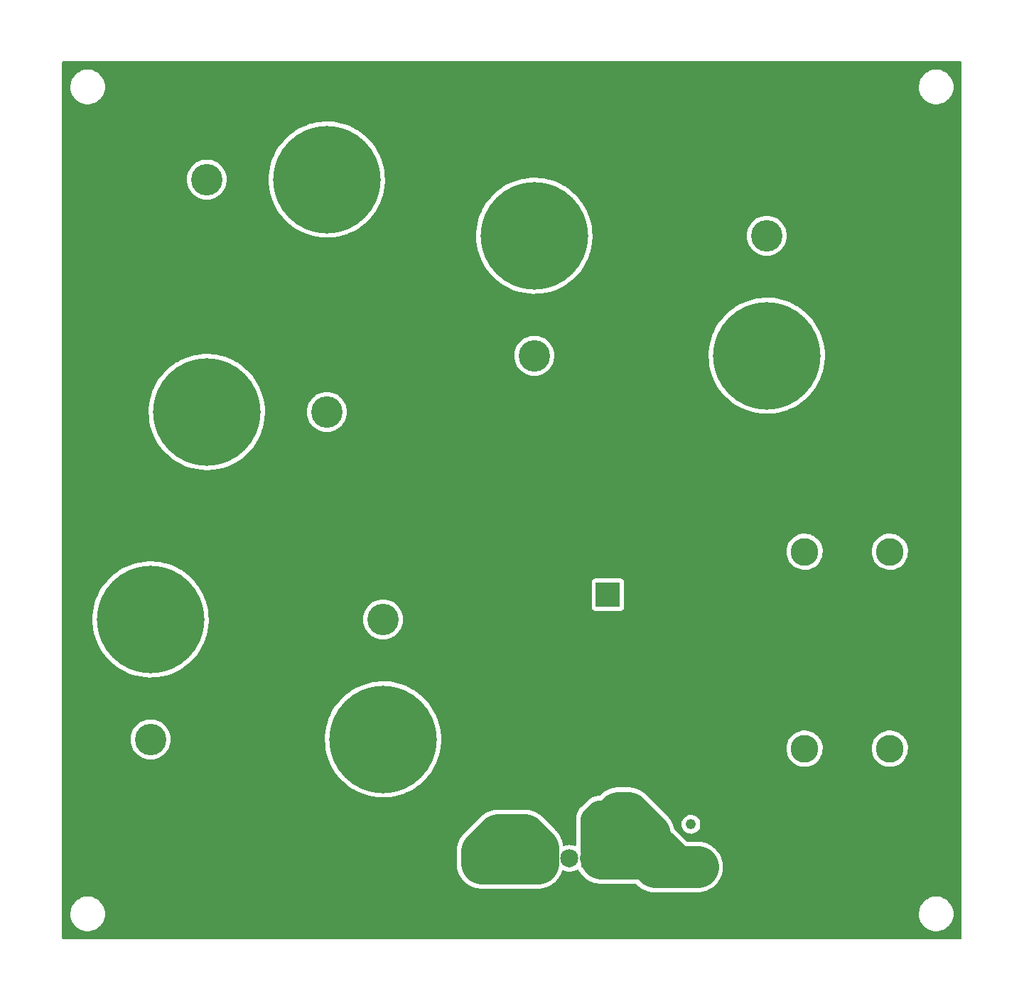
<source format=gbl>
%TF.GenerationSoftware,KiCad,Pcbnew,(6.0.7)*%
%TF.CreationDate,2022-08-27T17:54:50+01:00*%
%TF.ProjectId,Buck Racing 2,4275636b-2052-4616-9369-6e6720322e6b,v01*%
%TF.SameCoordinates,Original*%
%TF.FileFunction,Copper,L2,Bot*%
%TF.FilePolarity,Positive*%
%FSLAX46Y46*%
G04 Gerber Fmt 4.6, Leading zero omitted, Abs format (unit mm)*
G04 Created by KiCad (PCBNEW (6.0.7)) date 2022-08-27 17:54:50*
%MOMM*%
%LPD*%
G01*
G04 APERTURE LIST*
%TA.AperFunction,ComponentPad*%
%ADD10C,3.000000*%
%TD*%
%TA.AperFunction,ComponentPad*%
%ADD11C,3.300000*%
%TD*%
%TA.AperFunction,ComponentPad*%
%ADD12C,2.160000*%
%TD*%
%TA.AperFunction,ComponentPad*%
%ADD13R,2.160000X2.160000*%
%TD*%
%TA.AperFunction,ComponentPad*%
%ADD14C,3.750000*%
%TD*%
%TA.AperFunction,ComponentPad*%
%ADD15C,12.816000*%
%TD*%
%TA.AperFunction,ComponentPad*%
%ADD16R,2.850000X2.850000*%
%TD*%
%TA.AperFunction,ComponentPad*%
%ADD17C,2.850000*%
%TD*%
%TA.AperFunction,ComponentPad*%
%ADD18C,1.217000*%
%TD*%
%TA.AperFunction,ComponentPad*%
%ADD19R,1.700000X1.700000*%
%TD*%
%TA.AperFunction,ComponentPad*%
%ADD20O,1.700000X1.700000*%
%TD*%
%TA.AperFunction,Conductor*%
%ADD21C,3.000000*%
%TD*%
%TA.AperFunction,Conductor*%
%ADD22C,5.000000*%
%TD*%
%TA.AperFunction,Conductor*%
%ADD23C,2.500000*%
%TD*%
%TA.AperFunction,Conductor*%
%ADD24C,4.000000*%
%TD*%
%TA.AperFunction,Conductor*%
%ADD25C,8.000000*%
%TD*%
%TA.AperFunction,Conductor*%
%ADD26C,9.000000*%
%TD*%
G04 APERTURE END LIST*
D10*
X114527600Y-146379200D03*
X114527600Y-135459200D03*
D11*
X163130000Y-119400000D03*
X163130000Y-109240000D03*
X152970000Y-119400000D03*
X152970000Y-109240000D03*
X152970000Y-132709600D03*
X152970000Y-142869600D03*
X163130000Y-132709600D03*
X163130000Y-142869600D03*
D12*
X122428000Y-145796000D03*
X124968000Y-145796000D03*
D13*
X127508000Y-145796000D03*
D14*
X148470000Y-71590000D03*
D15*
X120770000Y-71590000D03*
D14*
X120770000Y-85890000D03*
D15*
X148470000Y-85890000D03*
D14*
X81750000Y-64890000D03*
D15*
X81750000Y-92590000D03*
D14*
X96050000Y-92590000D03*
D15*
X96050000Y-64890000D03*
D14*
X75050000Y-131610000D03*
D15*
X102750000Y-131610000D03*
D14*
X102750000Y-117310000D03*
D15*
X75050000Y-117310000D03*
D16*
X129540000Y-114380000D03*
D17*
X129540000Y-124380000D03*
D18*
X139446000Y-141732000D03*
X141986000Y-141732000D03*
D19*
X146812000Y-141239000D03*
D20*
X146812000Y-143779000D03*
X146812000Y-146319000D03*
D19*
X135143000Y-146812000D03*
D20*
X137683000Y-146812000D03*
X140223000Y-146812000D03*
D21*
X127762000Y-144810000D02*
X128748000Y-145796000D01*
X127762000Y-141097000D02*
X127762000Y-144810000D01*
X128524000Y-140335000D02*
X127762000Y-141097000D01*
X130810000Y-140335000D02*
X128524000Y-140335000D01*
D22*
X130810000Y-145415000D02*
X131191000Y-145796000D01*
X130810000Y-140335000D02*
X130810000Y-145415000D01*
X131953000Y-140335000D02*
X130810000Y-140335000D01*
X134493000Y-142875000D02*
X131953000Y-140335000D01*
X134493000Y-143622000D02*
X134493000Y-142875000D01*
D23*
X127508000Y-145796000D02*
X131191000Y-145796000D01*
D22*
X137683000Y-146812000D02*
X134493000Y-143622000D01*
D23*
X131191000Y-145796000D02*
X134127000Y-145796000D01*
D22*
X134127000Y-145796000D02*
X128748000Y-145796000D01*
X135143000Y-146812000D02*
X134127000Y-145796000D01*
X140223000Y-146812000D02*
X135143000Y-146812000D01*
X114527600Y-146379200D02*
X121188000Y-146379200D01*
X121188000Y-144556000D02*
X121188000Y-146379200D01*
X119634000Y-143002000D02*
X121188000Y-144556000D01*
X116459000Y-143002000D02*
X119634000Y-143002000D01*
X114527600Y-146379200D02*
X114527600Y-144933400D01*
X114527600Y-144933400D02*
X116459000Y-143002000D01*
D24*
X114527600Y-146379200D02*
X121688000Y-146379200D01*
D23*
X121844800Y-146379200D02*
X122428000Y-145796000D01*
X114527600Y-146379200D02*
X121844800Y-146379200D01*
D22*
X154299600Y-142869600D02*
X146812000Y-135382000D01*
X163130000Y-142869600D02*
X154299600Y-142869600D01*
X159680600Y-146319000D02*
X163130000Y-142869600D01*
X146812000Y-146319000D02*
X159680600Y-146319000D01*
X149520600Y-146319000D02*
X152970000Y-142869600D01*
X146812000Y-146319000D02*
X149520600Y-146319000D01*
D25*
X146812000Y-135382000D02*
X146812000Y-141239000D01*
X139780000Y-128350000D02*
X146812000Y-135382000D01*
X139780000Y-124380000D02*
X139780000Y-128350000D01*
X129540000Y-124380000D02*
X139780000Y-124380000D01*
X139780000Y-124380000D02*
X144760000Y-119400000D01*
X152970000Y-119400000D02*
X144760000Y-119400000D01*
D21*
X142225000Y-141732000D02*
X146812000Y-146319000D01*
X144765000Y-141732000D02*
X146812000Y-143779000D01*
X141986000Y-141732000D02*
X144765000Y-141732000D01*
D22*
X146812000Y-141239000D02*
X146812000Y-146319000D01*
D25*
X118460800Y-135459200D02*
X129540000Y-124380000D01*
X114527600Y-135459200D02*
X118460800Y-135459200D01*
D26*
X152970000Y-142869600D02*
X163130000Y-142869600D01*
X152970000Y-119400000D02*
X163130000Y-119400000D01*
%TA.AperFunction,Conductor*%
G36*
X171645621Y-50820502D02*
G01*
X171692114Y-50874158D01*
X171703500Y-50926500D01*
X171703500Y-155321500D01*
X171683498Y-155389621D01*
X171629842Y-155436114D01*
X171577500Y-155447500D01*
X64642500Y-155447500D01*
X64574379Y-155427498D01*
X64527886Y-155373842D01*
X64516500Y-155321500D01*
X64516500Y-152378393D01*
X65500803Y-152378393D01*
X65501210Y-152385458D01*
X65516960Y-152658601D01*
X65517785Y-152662806D01*
X65517786Y-152662814D01*
X65528711Y-152718497D01*
X65570996Y-152934024D01*
X65572383Y-152938074D01*
X65572384Y-152938079D01*
X65660522Y-153195509D01*
X65661911Y-153199565D01*
X65702048Y-153279368D01*
X65739781Y-153354392D01*
X65788022Y-153450310D01*
X65790448Y-153453839D01*
X65790451Y-153453845D01*
X65899012Y-153611801D01*
X65946997Y-153681620D01*
X66135894Y-153889215D01*
X66139183Y-153891965D01*
X66347925Y-154066501D01*
X66347930Y-154066505D01*
X66351217Y-154069253D01*
X66406424Y-154103884D01*
X66585341Y-154216119D01*
X66585345Y-154216121D01*
X66588981Y-154218402D01*
X66844788Y-154333903D01*
X66848907Y-154335123D01*
X67109790Y-154412401D01*
X67109795Y-154412402D01*
X67113903Y-154413619D01*
X67118137Y-154414267D01*
X67118142Y-154414268D01*
X67362514Y-154451662D01*
X67391347Y-154456074D01*
X67534292Y-154458319D01*
X67667694Y-154460415D01*
X67667700Y-154460415D01*
X67671985Y-154460482D01*
X67950626Y-154426763D01*
X68222112Y-154355540D01*
X68226072Y-154353900D01*
X68226077Y-154353898D01*
X68365600Y-154296105D01*
X68481420Y-154248131D01*
X68532296Y-154218402D01*
X68720054Y-154108685D01*
X68720055Y-154108685D01*
X68723752Y-154106524D01*
X68944624Y-153933338D01*
X69139948Y-153731779D01*
X69142481Y-153728331D01*
X69142485Y-153728326D01*
X69303572Y-153509032D01*
X69306110Y-153505577D01*
X69388197Y-153354392D01*
X69437986Y-153262692D01*
X69437987Y-153262690D01*
X69440036Y-153258916D01*
X69539247Y-152996362D01*
X69601907Y-152722773D01*
X69610121Y-152630743D01*
X69626637Y-152445677D01*
X69626637Y-152445675D01*
X69626857Y-152443211D01*
X69627310Y-152400000D01*
X69625837Y-152378393D01*
X166592803Y-152378393D01*
X166593210Y-152385458D01*
X166608960Y-152658601D01*
X166609785Y-152662806D01*
X166609786Y-152662814D01*
X166620711Y-152718497D01*
X166662996Y-152934024D01*
X166664383Y-152938074D01*
X166664384Y-152938079D01*
X166752522Y-153195509D01*
X166753911Y-153199565D01*
X166794048Y-153279368D01*
X166831781Y-153354392D01*
X166880022Y-153450310D01*
X166882448Y-153453839D01*
X166882451Y-153453845D01*
X166991012Y-153611801D01*
X167038997Y-153681620D01*
X167227894Y-153889215D01*
X167231183Y-153891965D01*
X167439925Y-154066501D01*
X167439930Y-154066505D01*
X167443217Y-154069253D01*
X167498424Y-154103884D01*
X167677341Y-154216119D01*
X167677345Y-154216121D01*
X167680981Y-154218402D01*
X167936788Y-154333903D01*
X167940907Y-154335123D01*
X168201790Y-154412401D01*
X168201795Y-154412402D01*
X168205903Y-154413619D01*
X168210137Y-154414267D01*
X168210142Y-154414268D01*
X168454514Y-154451662D01*
X168483347Y-154456074D01*
X168626292Y-154458319D01*
X168759694Y-154460415D01*
X168759700Y-154460415D01*
X168763985Y-154460482D01*
X169042626Y-154426763D01*
X169314112Y-154355540D01*
X169318072Y-154353900D01*
X169318077Y-154353898D01*
X169457600Y-154296105D01*
X169573420Y-154248131D01*
X169624296Y-154218402D01*
X169812054Y-154108685D01*
X169812055Y-154108685D01*
X169815752Y-154106524D01*
X170036624Y-153933338D01*
X170231948Y-153731779D01*
X170234481Y-153728331D01*
X170234485Y-153728326D01*
X170395572Y-153509032D01*
X170398110Y-153505577D01*
X170480197Y-153354392D01*
X170529986Y-153262692D01*
X170529987Y-153262690D01*
X170532036Y-153258916D01*
X170631247Y-152996362D01*
X170693907Y-152722773D01*
X170702121Y-152630743D01*
X170718637Y-152445677D01*
X170718637Y-152445675D01*
X170718857Y-152443211D01*
X170719310Y-152400000D01*
X170700220Y-152119977D01*
X170694923Y-152094396D01*
X170644172Y-151849332D01*
X170643303Y-151845135D01*
X170549612Y-151580561D01*
X170539401Y-151560776D01*
X170422847Y-151334957D01*
X170422847Y-151334956D01*
X170420882Y-151331150D01*
X170410595Y-151316512D01*
X170261956Y-151105022D01*
X170259493Y-151101517D01*
X170068433Y-150895912D01*
X169851237Y-150718139D01*
X169611923Y-150571487D01*
X169589348Y-150561577D01*
X169358853Y-150460397D01*
X169354921Y-150458671D01*
X169335519Y-150453144D01*
X169089114Y-150382954D01*
X169089115Y-150382954D01*
X169084986Y-150381778D01*
X168879217Y-150352493D01*
X168811365Y-150342836D01*
X168811363Y-150342836D01*
X168807113Y-150342231D01*
X168802824Y-150342209D01*
X168802817Y-150342208D01*
X168530730Y-150340783D01*
X168530723Y-150340783D01*
X168526444Y-150340761D01*
X168522199Y-150341320D01*
X168522197Y-150341320D01*
X168458813Y-150349665D01*
X168248172Y-150377397D01*
X167977446Y-150451459D01*
X167719277Y-150561577D01*
X167573721Y-150648691D01*
X167482123Y-150703511D01*
X167482119Y-150703514D01*
X167478441Y-150705715D01*
X167259395Y-150881204D01*
X167256451Y-150884306D01*
X167256447Y-150884310D01*
X167069142Y-151081688D01*
X167066192Y-151084797D01*
X166902408Y-151312727D01*
X166771073Y-151560776D01*
X166769601Y-151564799D01*
X166769599Y-151564803D01*
X166762354Y-151584602D01*
X166674616Y-151824355D01*
X166673703Y-151828541D01*
X166673703Y-151828542D01*
X166635641Y-152003115D01*
X166614825Y-152098585D01*
X166592803Y-152378393D01*
X69625837Y-152378393D01*
X69608220Y-152119977D01*
X69602923Y-152094396D01*
X69552172Y-151849332D01*
X69551303Y-151845135D01*
X69457612Y-151580561D01*
X69447401Y-151560776D01*
X69330847Y-151334957D01*
X69330847Y-151334956D01*
X69328882Y-151331150D01*
X69318595Y-151316512D01*
X69169956Y-151105022D01*
X69167493Y-151101517D01*
X68976433Y-150895912D01*
X68759237Y-150718139D01*
X68519923Y-150571487D01*
X68497348Y-150561577D01*
X68266853Y-150460397D01*
X68262921Y-150458671D01*
X68243519Y-150453144D01*
X67997114Y-150382954D01*
X67997115Y-150382954D01*
X67992986Y-150381778D01*
X67787217Y-150352493D01*
X67719365Y-150342836D01*
X67719363Y-150342836D01*
X67715113Y-150342231D01*
X67710824Y-150342209D01*
X67710817Y-150342208D01*
X67438730Y-150340783D01*
X67438723Y-150340783D01*
X67434444Y-150340761D01*
X67430199Y-150341320D01*
X67430197Y-150341320D01*
X67366813Y-150349665D01*
X67156172Y-150377397D01*
X66885446Y-150451459D01*
X66627277Y-150561577D01*
X66481721Y-150648691D01*
X66390123Y-150703511D01*
X66390119Y-150703514D01*
X66386441Y-150705715D01*
X66167395Y-150881204D01*
X66164451Y-150884306D01*
X66164447Y-150884310D01*
X65977142Y-151081688D01*
X65974192Y-151084797D01*
X65810408Y-151312727D01*
X65679073Y-151560776D01*
X65677601Y-151564799D01*
X65677599Y-151564803D01*
X65670354Y-151584602D01*
X65582616Y-151824355D01*
X65581703Y-151828541D01*
X65581703Y-151828542D01*
X65543641Y-152003115D01*
X65522825Y-152098585D01*
X65500803Y-152378393D01*
X64516500Y-152378393D01*
X64516500Y-144996512D01*
X111514662Y-144996512D01*
X111514947Y-145000133D01*
X111514947Y-145000135D01*
X111518712Y-145047973D01*
X111519100Y-145057859D01*
X111519100Y-146348104D01*
X111519084Y-146350083D01*
X111516644Y-146505396D01*
X111517005Y-146509011D01*
X111517005Y-146509015D01*
X111527354Y-146612693D01*
X111527768Y-146617955D01*
X111533973Y-146725574D01*
X111534595Y-146729136D01*
X111544037Y-146783233D01*
X111545289Y-146792377D01*
X111551103Y-146850631D01*
X111551873Y-146854162D01*
X111551874Y-146854169D01*
X111574075Y-146955990D01*
X111575091Y-146961169D01*
X111584693Y-147016183D01*
X111593624Y-147067358D01*
X111610248Y-147123479D01*
X111612540Y-147132407D01*
X111625014Y-147189617D01*
X111655152Y-147277641D01*
X111659948Y-147291650D01*
X111661550Y-147296672D01*
X111692163Y-147400020D01*
X111693586Y-147403355D01*
X111715123Y-147453848D01*
X111718432Y-147462468D01*
X111737397Y-147517861D01*
X111783825Y-147615198D01*
X111785983Y-147619978D01*
X111825741Y-147713189D01*
X111828284Y-147719152D01*
X111830083Y-147722306D01*
X111830084Y-147722308D01*
X111857288Y-147770002D01*
X111861564Y-147778182D01*
X111886763Y-147831012D01*
X111944052Y-147922337D01*
X111946754Y-147926853D01*
X112000183Y-148020524D01*
X112002326Y-148023441D01*
X112002329Y-148023446D01*
X112034846Y-148067712D01*
X112040036Y-148075350D01*
X112071132Y-148124921D01*
X112073399Y-148127750D01*
X112073402Y-148127755D01*
X112109454Y-148172755D01*
X112134476Y-148203987D01*
X112138539Y-148209059D01*
X112141739Y-148213229D01*
X112205582Y-148300140D01*
X112208048Y-148302793D01*
X112208049Y-148302795D01*
X112245430Y-148343023D01*
X112251463Y-148350012D01*
X112288059Y-148395691D01*
X112290639Y-148398244D01*
X112364693Y-148471527D01*
X112368365Y-148475317D01*
X112439290Y-148551641D01*
X112439298Y-148551648D01*
X112441758Y-148554296D01*
X112444506Y-148556643D01*
X112444507Y-148556644D01*
X112486273Y-148592316D01*
X112493069Y-148598566D01*
X112513457Y-148618741D01*
X112534671Y-148639734D01*
X112537523Y-148641970D01*
X112537525Y-148641972D01*
X112619530Y-148706272D01*
X112623613Y-148709615D01*
X112705581Y-148779622D01*
X112754176Y-148812276D01*
X112761635Y-148817695D01*
X112807698Y-148853814D01*
X112899605Y-148910135D01*
X112904044Y-148912985D01*
X112990540Y-148971107D01*
X112990548Y-148971112D01*
X112993553Y-148973131D01*
X112996764Y-148974788D01*
X112996777Y-148974796D01*
X113045576Y-148999983D01*
X113053619Y-149004515D01*
X113103521Y-149035095D01*
X113106817Y-149036625D01*
X113106819Y-149036626D01*
X113201316Y-149080490D01*
X113206038Y-149082803D01*
X113301859Y-149132260D01*
X113344132Y-149148234D01*
X113356621Y-149152953D01*
X113365131Y-149156531D01*
X113414927Y-149179645D01*
X113414935Y-149179648D01*
X113418220Y-149181173D01*
X113520605Y-149215034D01*
X113525519Y-149216774D01*
X113626411Y-149254898D01*
X113629935Y-149255783D01*
X113629941Y-149255785D01*
X113683188Y-149269159D01*
X113692053Y-149271734D01*
X113747623Y-149290113D01*
X113751184Y-149290850D01*
X113751186Y-149290851D01*
X113853194Y-149311976D01*
X113858326Y-149313151D01*
X113908624Y-149325785D01*
X113959392Y-149338537D01*
X113959394Y-149338537D01*
X113962908Y-149339420D01*
X113966499Y-149339893D01*
X113966500Y-149339893D01*
X114020950Y-149347062D01*
X114030052Y-149348602D01*
X114060592Y-149354926D01*
X114087364Y-149360470D01*
X114162320Y-149367159D01*
X114194741Y-149370053D01*
X114199986Y-149370632D01*
X114303285Y-149384232D01*
X114303293Y-149384233D01*
X114306889Y-149384706D01*
X114365422Y-149385625D01*
X114374621Y-149386107D01*
X114392469Y-149387700D01*
X114496504Y-149387700D01*
X114498483Y-149387716D01*
X114650154Y-149390099D01*
X114650158Y-149390099D01*
X114653796Y-149390156D01*
X114657410Y-149389795D01*
X114657416Y-149389795D01*
X114672160Y-149388323D01*
X114684674Y-149387700D01*
X121156904Y-149387700D01*
X121158883Y-149387716D01*
X121310555Y-149390099D01*
X121310558Y-149390099D01*
X121314196Y-149390156D01*
X121317811Y-149389795D01*
X121317815Y-149389795D01*
X121421493Y-149379446D01*
X121426755Y-149379032D01*
X121530757Y-149373036D01*
X121530765Y-149373035D01*
X121534374Y-149372827D01*
X121592045Y-149362761D01*
X121601177Y-149361511D01*
X121659431Y-149355697D01*
X121662962Y-149354927D01*
X121662969Y-149354926D01*
X121764790Y-149332725D01*
X121769969Y-149331709D01*
X121872585Y-149313800D01*
X121872592Y-149313798D01*
X121876158Y-149313176D01*
X121932279Y-149296552D01*
X121941210Y-149294259D01*
X121994868Y-149282560D01*
X121994871Y-149282559D01*
X121998417Y-149281786D01*
X122100455Y-149246850D01*
X122105478Y-149245248D01*
X122208820Y-149214637D01*
X122262650Y-149191676D01*
X122271268Y-149188368D01*
X122307909Y-149175823D01*
X122326661Y-149169403D01*
X122423998Y-149122975D01*
X122428778Y-149120817D01*
X122524612Y-149079941D01*
X122524618Y-149079938D01*
X122527952Y-149078516D01*
X122578804Y-149049511D01*
X122586984Y-149045235D01*
X122636535Y-149021600D01*
X122639812Y-149020037D01*
X122731151Y-148962740D01*
X122735653Y-148960046D01*
X122829324Y-148906617D01*
X122832241Y-148904474D01*
X122832246Y-148904471D01*
X122876512Y-148871954D01*
X122884150Y-148866764D01*
X122925318Y-148840939D01*
X122933721Y-148835668D01*
X122936550Y-148833401D01*
X122936555Y-148833398D01*
X123006614Y-148777270D01*
X123017870Y-148768253D01*
X123022029Y-148765061D01*
X123108940Y-148701218D01*
X123111595Y-148698751D01*
X123151823Y-148661370D01*
X123158812Y-148655337D01*
X123201656Y-148621012D01*
X123204491Y-148618741D01*
X123280327Y-148542107D01*
X123284117Y-148538435D01*
X123360441Y-148467510D01*
X123360448Y-148467502D01*
X123363096Y-148465042D01*
X123365444Y-148462293D01*
X123401116Y-148420527D01*
X123407366Y-148413731D01*
X123445978Y-148374712D01*
X123445979Y-148374711D01*
X123448534Y-148372129D01*
X123466630Y-148349051D01*
X123515072Y-148287270D01*
X123518415Y-148283187D01*
X123531066Y-148268374D01*
X123588422Y-148201219D01*
X123621076Y-148152624D01*
X123626500Y-148145159D01*
X123660368Y-148101966D01*
X123662614Y-148099102D01*
X123718938Y-148007190D01*
X123721785Y-148002756D01*
X123779907Y-147916260D01*
X123779912Y-147916252D01*
X123781931Y-147913247D01*
X123783588Y-147910036D01*
X123783596Y-147910023D01*
X123808783Y-147861224D01*
X123813315Y-147853181D01*
X123828908Y-147827735D01*
X123843895Y-147803279D01*
X123889290Y-147705484D01*
X123891612Y-147700744D01*
X123918007Y-147649606D01*
X123941060Y-147604941D01*
X123961753Y-147550179D01*
X123965331Y-147541669D01*
X123988445Y-147491873D01*
X123988448Y-147491865D01*
X123989973Y-147488580D01*
X124023834Y-147386195D01*
X124025574Y-147381281D01*
X124063698Y-147280389D01*
X124063698Y-147280388D01*
X124065414Y-147281036D01*
X124100779Y-147228021D01*
X124165855Y-147199635D01*
X124238857Y-147212375D01*
X124240386Y-147213154D01*
X124244606Y-147215740D01*
X124314384Y-147244643D01*
X124440007Y-147296678D01*
X124475609Y-147311425D01*
X124559431Y-147331549D01*
X124713922Y-147368639D01*
X124713928Y-147368640D01*
X124718735Y-147369794D01*
X124968000Y-147389412D01*
X125217265Y-147369794D01*
X125222072Y-147368640D01*
X125222078Y-147368639D01*
X125376569Y-147331549D01*
X125460391Y-147311425D01*
X125464964Y-147309531D01*
X125686820Y-147217635D01*
X125686824Y-147217633D01*
X125691394Y-147215740D01*
X125739814Y-147186068D01*
X125837316Y-147126319D01*
X125905850Y-147107781D01*
X125973526Y-147129237D01*
X126003977Y-147158187D01*
X126064739Y-147239261D01*
X126071920Y-147244643D01*
X126115949Y-147277641D01*
X126147121Y-147311511D01*
X126291532Y-147541721D01*
X126293804Y-147544557D01*
X126293809Y-147544564D01*
X126436209Y-147722308D01*
X126508459Y-147812491D01*
X126755071Y-148056534D01*
X126757929Y-148058775D01*
X126935744Y-148198199D01*
X127028098Y-148270614D01*
X127323921Y-148451895D01*
X127327206Y-148453420D01*
X127327210Y-148453422D01*
X127510356Y-148538435D01*
X127638620Y-148597973D01*
X127747613Y-148634019D01*
X127964578Y-148705774D01*
X127964583Y-148705775D01*
X127968023Y-148706913D01*
X127971578Y-148707649D01*
X127971581Y-148707650D01*
X128304214Y-148776535D01*
X128304217Y-148776535D01*
X128307764Y-148777270D01*
X128462053Y-148791040D01*
X128610076Y-148804251D01*
X128610082Y-148804251D01*
X128612869Y-148804500D01*
X131130787Y-148804500D01*
X131135404Y-148804585D01*
X131250473Y-148808805D01*
X131250481Y-148808805D01*
X131254112Y-148808938D01*
X131257733Y-148808653D01*
X131257735Y-148808653D01*
X131305571Y-148804888D01*
X131315457Y-148804500D01*
X132827410Y-148804500D01*
X132895531Y-148824502D01*
X132916038Y-148840939D01*
X133034877Y-148958540D01*
X133035344Y-148959006D01*
X133078200Y-149001862D01*
X133080305Y-149003737D01*
X133085105Y-149008245D01*
X133147484Y-149069975D01*
X133147494Y-149069984D01*
X133150071Y-149072534D01*
X133152928Y-149074775D01*
X133152929Y-149074775D01*
X133209068Y-149118793D01*
X133215134Y-149123865D01*
X133228935Y-149136161D01*
X133266245Y-149169403D01*
X133271109Y-149173737D01*
X133329850Y-149215021D01*
X133345888Y-149226293D01*
X133351183Y-149230226D01*
X133416941Y-149281786D01*
X133423098Y-149286614D01*
X133426192Y-149288510D01*
X133426202Y-149288517D01*
X133487017Y-149325785D01*
X133493632Y-149330130D01*
X133551984Y-149371141D01*
X133552002Y-149371152D01*
X133554967Y-149373236D01*
X133558162Y-149374971D01*
X133558164Y-149374972D01*
X133635275Y-149416840D01*
X133640987Y-149420138D01*
X133715816Y-149465993D01*
X133715826Y-149465998D01*
X133718921Y-149467895D01*
X133722211Y-149469422D01*
X133722220Y-149469427D01*
X133786930Y-149499464D01*
X133794000Y-149503020D01*
X133856672Y-149537048D01*
X133856678Y-149537051D01*
X133859872Y-149538785D01*
X133863244Y-149540140D01*
X133863245Y-149540141D01*
X133944659Y-149572869D01*
X133950712Y-149575488D01*
X134033620Y-149613973D01*
X134037067Y-149615113D01*
X134104802Y-149637514D01*
X134112236Y-149640235D01*
X134178416Y-149666840D01*
X134178421Y-149666842D01*
X134181785Y-149668194D01*
X134217701Y-149678020D01*
X134269941Y-149692311D01*
X134276251Y-149694215D01*
X134363023Y-149722913D01*
X134426565Y-149736072D01*
X134436423Y-149738113D01*
X134444120Y-149739961D01*
X134512934Y-149758787D01*
X134512944Y-149758789D01*
X134516438Y-149759745D01*
X134606778Y-149773569D01*
X134613258Y-149774734D01*
X134702764Y-149793270D01*
X134706386Y-149793593D01*
X134706391Y-149793594D01*
X134777437Y-149799934D01*
X134785296Y-149800885D01*
X134817650Y-149805836D01*
X134859395Y-149812224D01*
X134950720Y-149815573D01*
X134957297Y-149815987D01*
X134965725Y-149816739D01*
X135005075Y-149820251D01*
X135005083Y-149820251D01*
X135007869Y-149820500D01*
X135082787Y-149820500D01*
X135087404Y-149820585D01*
X135202473Y-149824805D01*
X135202481Y-149824805D01*
X135206112Y-149824938D01*
X135209733Y-149824653D01*
X135209735Y-149824653D01*
X135257573Y-149820888D01*
X135267459Y-149820500D01*
X137622787Y-149820500D01*
X137627404Y-149820585D01*
X137742473Y-149824805D01*
X137742481Y-149824805D01*
X137746112Y-149824938D01*
X137749733Y-149824653D01*
X137749735Y-149824653D01*
X137797571Y-149820888D01*
X137807457Y-149820500D01*
X140311432Y-149820500D01*
X140313251Y-149820395D01*
X140313255Y-149820395D01*
X140565754Y-149805836D01*
X140565759Y-149805835D01*
X140569374Y-149805627D01*
X140644405Y-149792532D01*
X140907585Y-149746600D01*
X140907592Y-149746598D01*
X140911158Y-149745976D01*
X140914633Y-149744947D01*
X140914640Y-149744945D01*
X141085893Y-149694217D01*
X141243820Y-149647437D01*
X141264175Y-149638755D01*
X141559614Y-149512740D01*
X141559617Y-149512738D01*
X141562952Y-149511316D01*
X141566099Y-149509521D01*
X141566103Y-149509519D01*
X141861184Y-149341208D01*
X141864324Y-149339417D01*
X141901681Y-149311976D01*
X142012969Y-149230226D01*
X142143940Y-149134018D01*
X142147621Y-149130598D01*
X142288179Y-148999983D01*
X142398096Y-148897842D01*
X142623422Y-148634019D01*
X142816931Y-148346047D01*
X142891683Y-148201219D01*
X142960591Y-148067712D01*
X142976060Y-148037741D01*
X143098698Y-147713189D01*
X143100634Y-147705484D01*
X143142543Y-147538636D01*
X143183220Y-147376692D01*
X143208316Y-147186068D01*
X143228032Y-147036315D01*
X143228033Y-147036307D01*
X143228506Y-147032711D01*
X143233956Y-146685804D01*
X143226921Y-146615317D01*
X143224091Y-146586966D01*
X145480257Y-146586966D01*
X145510565Y-146721446D01*
X145513645Y-146731275D01*
X145593770Y-146928603D01*
X145598413Y-146937794D01*
X145709694Y-147119388D01*
X145715777Y-147127699D01*
X145855213Y-147288667D01*
X145862580Y-147295883D01*
X146026434Y-147431916D01*
X146034881Y-147437831D01*
X146218756Y-147545279D01*
X146228042Y-147549729D01*
X146427001Y-147625703D01*
X146436899Y-147628579D01*
X146540250Y-147649606D01*
X146554299Y-147648410D01*
X146558000Y-147638065D01*
X146558000Y-147637517D01*
X147066000Y-147637517D01*
X147070064Y-147651359D01*
X147083478Y-147653393D01*
X147090184Y-147652534D01*
X147100262Y-147650392D01*
X147304255Y-147589191D01*
X147313842Y-147585433D01*
X147505095Y-147491739D01*
X147513945Y-147486464D01*
X147687328Y-147362792D01*
X147695200Y-147356139D01*
X147846052Y-147205812D01*
X147852730Y-147197965D01*
X147977003Y-147025020D01*
X147982313Y-147016183D01*
X148076670Y-146825267D01*
X148080469Y-146815672D01*
X148142377Y-146611910D01*
X148144555Y-146601837D01*
X148145986Y-146590962D01*
X148143775Y-146576778D01*
X148130617Y-146573000D01*
X147084115Y-146573000D01*
X147068876Y-146577475D01*
X147067671Y-146578865D01*
X147066000Y-146586548D01*
X147066000Y-147637517D01*
X146558000Y-147637517D01*
X146558000Y-146591115D01*
X146553525Y-146575876D01*
X146552135Y-146574671D01*
X146544452Y-146573000D01*
X145495225Y-146573000D01*
X145481694Y-146576973D01*
X145480257Y-146586966D01*
X143224091Y-146586966D01*
X143199857Y-146344177D01*
X143199497Y-146340569D01*
X143136837Y-146053183D01*
X145476389Y-146053183D01*
X145477912Y-146061607D01*
X145490292Y-146065000D01*
X146539885Y-146065000D01*
X146555124Y-146060525D01*
X146556329Y-146059135D01*
X146558000Y-146051452D01*
X146558000Y-146046885D01*
X147066000Y-146046885D01*
X147070475Y-146062124D01*
X147071865Y-146063329D01*
X147079548Y-146065000D01*
X148130344Y-146065000D01*
X148143875Y-146061027D01*
X148145180Y-146051947D01*
X148103214Y-145884875D01*
X148099894Y-145875124D01*
X148014972Y-145679814D01*
X148010105Y-145670739D01*
X147894426Y-145491926D01*
X147888136Y-145483757D01*
X147744806Y-145326240D01*
X147737273Y-145319215D01*
X147570139Y-145187222D01*
X147561552Y-145181517D01*
X147524116Y-145160851D01*
X147474146Y-145110419D01*
X147459374Y-145040976D01*
X147484490Y-144974571D01*
X147511842Y-144947964D01*
X147687327Y-144822792D01*
X147695200Y-144816139D01*
X147846052Y-144665812D01*
X147852730Y-144657965D01*
X147918997Y-144565744D01*
X151639128Y-144565744D01*
X151646182Y-144575714D01*
X151695298Y-144616782D01*
X151702240Y-144621825D01*
X151944212Y-144773614D01*
X151951763Y-144777663D01*
X152212112Y-144895214D01*
X152220143Y-144898201D01*
X152494034Y-144979332D01*
X152502386Y-144981199D01*
X152784760Y-145024408D01*
X152793293Y-145025124D01*
X153078914Y-145029612D01*
X153087465Y-145029163D01*
X153371056Y-144994845D01*
X153379457Y-144993243D01*
X153655780Y-144920751D01*
X153663882Y-144918024D01*
X153927805Y-144808703D01*
X153935467Y-144804900D01*
X154182103Y-144660777D01*
X154189190Y-144655961D01*
X154291497Y-144575743D01*
X154298639Y-144565744D01*
X161799128Y-144565744D01*
X161806182Y-144575714D01*
X161855298Y-144616782D01*
X161862240Y-144621825D01*
X162104212Y-144773614D01*
X162111763Y-144777663D01*
X162372112Y-144895214D01*
X162380143Y-144898201D01*
X162654034Y-144979332D01*
X162662386Y-144981199D01*
X162944760Y-145024408D01*
X162953293Y-145025124D01*
X163238914Y-145029612D01*
X163247465Y-145029163D01*
X163531056Y-144994845D01*
X163539457Y-144993243D01*
X163815780Y-144920751D01*
X163823882Y-144918024D01*
X164087805Y-144808703D01*
X164095467Y-144804900D01*
X164342103Y-144660777D01*
X164349190Y-144655961D01*
X164451497Y-144575743D01*
X164459968Y-144563883D01*
X164453452Y-144552262D01*
X163142812Y-143241622D01*
X163128868Y-143234008D01*
X163127035Y-143234139D01*
X163120420Y-143238390D01*
X161806421Y-144552389D01*
X161799128Y-144565744D01*
X154298639Y-144565744D01*
X154299968Y-144563883D01*
X154293452Y-144552262D01*
X152982812Y-143241622D01*
X152968868Y-143234008D01*
X152967035Y-143234139D01*
X152960420Y-143238390D01*
X151646421Y-144552389D01*
X151639128Y-144565744D01*
X147918997Y-144565744D01*
X147977003Y-144485020D01*
X147982313Y-144476183D01*
X148076670Y-144285267D01*
X148080469Y-144275672D01*
X148142377Y-144071910D01*
X148144555Y-144061837D01*
X148145986Y-144050962D01*
X148143775Y-144036778D01*
X148130617Y-144033000D01*
X147084115Y-144033000D01*
X147068876Y-144037475D01*
X147067671Y-144038865D01*
X147066000Y-144046548D01*
X147066000Y-146046885D01*
X146558000Y-146046885D01*
X146558000Y-144051115D01*
X146553525Y-144035876D01*
X146552135Y-144034671D01*
X146544452Y-144033000D01*
X145495225Y-144033000D01*
X145481694Y-144036973D01*
X145480257Y-144046966D01*
X145510565Y-144181446D01*
X145513645Y-144191275D01*
X145593770Y-144388603D01*
X145598413Y-144397794D01*
X145709694Y-144579388D01*
X145715777Y-144587699D01*
X145855213Y-144748667D01*
X145862580Y-144755883D01*
X146026434Y-144891916D01*
X146034881Y-144897831D01*
X146104479Y-144938501D01*
X146153203Y-144990140D01*
X146166274Y-145059923D01*
X146139543Y-145125694D01*
X146099087Y-145159053D01*
X146090462Y-145163542D01*
X146081738Y-145169036D01*
X145911433Y-145296905D01*
X145903726Y-145303748D01*
X145756590Y-145457717D01*
X145750104Y-145465727D01*
X145630098Y-145641649D01*
X145625000Y-145650623D01*
X145535338Y-145843783D01*
X145531775Y-145853470D01*
X145476389Y-146053183D01*
X143136837Y-146053183D01*
X143125586Y-146001583D01*
X143082290Y-145875124D01*
X143014376Y-145676765D01*
X143013203Y-145673339D01*
X142863837Y-145360188D01*
X142679468Y-145066279D01*
X142677196Y-145063443D01*
X142677191Y-145063436D01*
X142464813Y-144798345D01*
X142462541Y-144795509D01*
X142281933Y-144616782D01*
X142218507Y-144554017D01*
X142218506Y-144554016D01*
X142215929Y-144551466D01*
X142027436Y-144403669D01*
X141945759Y-144339626D01*
X141945757Y-144339625D01*
X141942902Y-144337386D01*
X141930853Y-144330002D01*
X141842194Y-144275672D01*
X141647079Y-144156105D01*
X141643794Y-144154580D01*
X141643790Y-144154578D01*
X141335663Y-144011551D01*
X141332380Y-144010027D01*
X141125737Y-143941686D01*
X141006422Y-143902226D01*
X141006417Y-143902225D01*
X141002977Y-143901087D01*
X140999422Y-143900351D01*
X140999419Y-143900350D01*
X140666786Y-143831465D01*
X140666783Y-143831465D01*
X140663236Y-143830730D01*
X140508947Y-143816960D01*
X140360924Y-143803749D01*
X140360918Y-143803749D01*
X140358131Y-143803500D01*
X138981352Y-143803500D01*
X138913231Y-143783498D01*
X138892257Y-143766595D01*
X137481562Y-142355900D01*
X137448139Y-142296221D01*
X137441472Y-142268453D01*
X137439869Y-142260715D01*
X137426976Y-142186842D01*
X137425949Y-142183377D01*
X137425947Y-142183366D01*
X137401020Y-142099216D01*
X137399312Y-142092843D01*
X137378823Y-142007498D01*
X137377977Y-142003974D01*
X137374270Y-141993842D01*
X137352211Y-141933565D01*
X137349726Y-141926050D01*
X137329469Y-141857665D01*
X137328437Y-141854180D01*
X137292581Y-141770117D01*
X137290153Y-141763986D01*
X137283418Y-141745580D01*
X137267702Y-141702635D01*
X138324599Y-141702635D01*
X138338026Y-141907486D01*
X138388559Y-142106460D01*
X138474506Y-142292892D01*
X138592988Y-142460541D01*
X138654829Y-142520784D01*
X138707244Y-142571844D01*
X138740038Y-142603791D01*
X138744834Y-142606996D01*
X138744837Y-142606998D01*
X138854193Y-142680067D01*
X138910730Y-142717844D01*
X138916033Y-142720122D01*
X138916036Y-142720124D01*
X139094042Y-142796601D01*
X139099349Y-142798881D01*
X139173017Y-142815550D01*
X139293941Y-142842913D01*
X139293946Y-142842914D01*
X139299578Y-142844188D01*
X139305349Y-142844415D01*
X139305351Y-142844415D01*
X139366512Y-142846818D01*
X139504710Y-142852248D01*
X139606293Y-142837519D01*
X139702162Y-142823619D01*
X139702167Y-142823618D01*
X139707876Y-142822790D01*
X139713340Y-142820935D01*
X139713345Y-142820934D01*
X139896799Y-142758660D01*
X139896804Y-142758658D01*
X139902271Y-142756802D01*
X139908126Y-142753523D01*
X140040443Y-142679422D01*
X141402938Y-142679422D01*
X141412820Y-142691912D01*
X141446166Y-142714193D01*
X141456276Y-142719683D01*
X141634203Y-142796126D01*
X141645135Y-142799678D01*
X141834004Y-142842414D01*
X141845418Y-142843917D01*
X142038915Y-142851519D01*
X142050397Y-142850917D01*
X142242044Y-142823130D01*
X142253227Y-142820446D01*
X142436599Y-142758199D01*
X142447102Y-142753523D01*
X142560278Y-142690142D01*
X142570140Y-142680067D01*
X142567185Y-142672395D01*
X141998812Y-142104022D01*
X141984868Y-142096408D01*
X141983035Y-142096539D01*
X141976420Y-142100790D01*
X141409134Y-142668076D01*
X141402938Y-142679422D01*
X140040443Y-142679422D01*
X140076348Y-142659314D01*
X140076352Y-142659311D01*
X140081386Y-142656492D01*
X140085823Y-142652801D01*
X140085827Y-142652799D01*
X140234784Y-142528913D01*
X140239222Y-142525222D01*
X140262213Y-142497578D01*
X140366799Y-142371827D01*
X140366801Y-142371823D01*
X140370492Y-142367386D01*
X140373311Y-142362352D01*
X140373314Y-142362348D01*
X140467979Y-142193312D01*
X140467979Y-142193311D01*
X140470802Y-142188271D01*
X140472658Y-142182804D01*
X140472660Y-142182799D01*
X140534934Y-141999345D01*
X140534935Y-141999340D01*
X140536790Y-141993876D01*
X140537618Y-141988167D01*
X140537619Y-141988162D01*
X140565715Y-141794383D01*
X140566248Y-141790710D01*
X140567785Y-141732000D01*
X140565618Y-141708414D01*
X140865479Y-141708414D01*
X140878144Y-141901639D01*
X140879945Y-141913009D01*
X140927610Y-142100692D01*
X140931451Y-142111539D01*
X141012523Y-142287399D01*
X141018272Y-142297356D01*
X141025689Y-142307851D01*
X141036278Y-142316239D01*
X141049579Y-142309211D01*
X141613978Y-141744812D01*
X141620356Y-141733132D01*
X142350408Y-141733132D01*
X142350539Y-141734965D01*
X142354790Y-141741580D01*
X142922480Y-142309270D01*
X142934860Y-142316030D01*
X142941440Y-142311104D01*
X143007523Y-142193102D01*
X143012199Y-142182599D01*
X143028809Y-142133669D01*
X145454001Y-142133669D01*
X145454371Y-142140490D01*
X145459895Y-142191352D01*
X145463521Y-142206604D01*
X145508676Y-142327054D01*
X145517214Y-142342649D01*
X145593715Y-142444724D01*
X145606276Y-142457285D01*
X145708351Y-142533786D01*
X145723946Y-142542324D01*
X145833337Y-142583333D01*
X145890101Y-142625975D01*
X145914801Y-142692536D01*
X145899594Y-142761885D01*
X145880201Y-142788366D01*
X145756590Y-142917717D01*
X145750104Y-142925727D01*
X145630098Y-143101649D01*
X145625000Y-143110623D01*
X145535338Y-143303783D01*
X145531775Y-143313470D01*
X145476389Y-143513183D01*
X145477912Y-143521607D01*
X145490292Y-143525000D01*
X146539885Y-143525000D01*
X146555124Y-143520525D01*
X146556329Y-143519135D01*
X146558000Y-143511452D01*
X146558000Y-143506885D01*
X147066000Y-143506885D01*
X147070475Y-143522124D01*
X147071865Y-143523329D01*
X147079548Y-143525000D01*
X148130344Y-143525000D01*
X148143875Y-143521027D01*
X148145180Y-143511947D01*
X148103214Y-143344875D01*
X148099894Y-143335124D01*
X148014972Y-143139814D01*
X148010105Y-143130739D01*
X147894426Y-142951926D01*
X147888136Y-142943757D01*
X147803941Y-142851229D01*
X150807323Y-142851229D01*
X150823766Y-143136414D01*
X150824839Y-143144913D01*
X150879837Y-143425236D01*
X150882048Y-143433488D01*
X150974581Y-143703757D01*
X150977896Y-143711642D01*
X151106251Y-143966847D01*
X151110608Y-143974213D01*
X151261474Y-144193724D01*
X151271727Y-144202068D01*
X151285468Y-144194922D01*
X152597978Y-142882412D01*
X152604356Y-142870732D01*
X153334408Y-142870732D01*
X153334539Y-142872565D01*
X153338790Y-142879180D01*
X154653033Y-144193423D01*
X154665242Y-144200090D01*
X154676742Y-144191400D01*
X154793777Y-144032075D01*
X154798364Y-144024847D01*
X154934667Y-143773809D01*
X154938235Y-143766015D01*
X155039205Y-143498806D01*
X155041682Y-143490600D01*
X155105454Y-143212158D01*
X155106794Y-143203697D01*
X155132349Y-142917364D01*
X155132595Y-142912425D01*
X155133017Y-142872085D01*
X155132874Y-142867119D01*
X155131791Y-142851229D01*
X160967323Y-142851229D01*
X160983766Y-143136414D01*
X160984839Y-143144913D01*
X161039837Y-143425236D01*
X161042048Y-143433488D01*
X161134581Y-143703757D01*
X161137896Y-143711642D01*
X161266251Y-143966847D01*
X161270608Y-143974213D01*
X161421474Y-144193724D01*
X161431727Y-144202068D01*
X161445468Y-144194922D01*
X162757978Y-142882412D01*
X162764356Y-142870732D01*
X163494408Y-142870732D01*
X163494539Y-142872565D01*
X163498790Y-142879180D01*
X164813033Y-144193423D01*
X164825242Y-144200090D01*
X164836742Y-144191400D01*
X164953777Y-144032075D01*
X164958364Y-144024847D01*
X165094667Y-143773809D01*
X165098235Y-143766015D01*
X165199205Y-143498806D01*
X165201682Y-143490600D01*
X165265454Y-143212158D01*
X165266794Y-143203697D01*
X165292349Y-142917364D01*
X165292595Y-142912425D01*
X165293017Y-142872085D01*
X165292874Y-142867119D01*
X165273322Y-142580318D01*
X165272161Y-142571844D01*
X165214231Y-142292112D01*
X165211932Y-142283877D01*
X165116574Y-142014593D01*
X165113177Y-142006743D01*
X164982155Y-141752892D01*
X164977727Y-141745580D01*
X164837701Y-141546346D01*
X164827180Y-141537966D01*
X164813792Y-141545018D01*
X163502022Y-142856788D01*
X163494408Y-142870732D01*
X162764356Y-142870732D01*
X162765592Y-142868468D01*
X162765461Y-142866635D01*
X162761210Y-142860020D01*
X161446334Y-141545144D01*
X161434323Y-141538585D01*
X161422585Y-141547553D01*
X161294151Y-141726287D01*
X161289636Y-141733568D01*
X161155973Y-141986014D01*
X161152487Y-141993842D01*
X161054318Y-142262099D01*
X161051929Y-142270322D01*
X160991074Y-142549430D01*
X160989825Y-142557885D01*
X160967412Y-142842678D01*
X160967323Y-142851229D01*
X155131791Y-142851229D01*
X155113322Y-142580318D01*
X155112161Y-142571844D01*
X155054231Y-142292112D01*
X155051932Y-142283877D01*
X154956574Y-142014593D01*
X154953177Y-142006743D01*
X154822155Y-141752892D01*
X154817727Y-141745580D01*
X154677701Y-141546346D01*
X154667180Y-141537966D01*
X154653792Y-141545018D01*
X153342022Y-142856788D01*
X153334408Y-142870732D01*
X152604356Y-142870732D01*
X152605592Y-142868468D01*
X152605461Y-142866635D01*
X152601210Y-142860020D01*
X151286334Y-141545144D01*
X151274323Y-141538585D01*
X151262585Y-141547553D01*
X151134151Y-141726287D01*
X151129636Y-141733568D01*
X150995973Y-141986014D01*
X150992487Y-141993842D01*
X150894318Y-142262099D01*
X150891929Y-142270322D01*
X150831074Y-142549430D01*
X150829825Y-142557885D01*
X150807412Y-142842678D01*
X150807323Y-142851229D01*
X147803941Y-142851229D01*
X147743931Y-142785279D01*
X147712879Y-142721433D01*
X147721273Y-142650934D01*
X147766450Y-142596166D01*
X147792894Y-142582497D01*
X147900054Y-142542324D01*
X147915649Y-142533786D01*
X148017724Y-142457285D01*
X148030285Y-142444724D01*
X148106786Y-142342649D01*
X148115324Y-142327054D01*
X148160478Y-142206606D01*
X148164105Y-142191351D01*
X148169631Y-142140486D01*
X148170000Y-142133672D01*
X148170000Y-141511115D01*
X148165525Y-141495876D01*
X148164135Y-141494671D01*
X148156452Y-141493000D01*
X147084115Y-141493000D01*
X147068876Y-141497475D01*
X147067671Y-141498865D01*
X147066000Y-141506548D01*
X147066000Y-143506885D01*
X146558000Y-143506885D01*
X146558000Y-141511115D01*
X146553525Y-141495876D01*
X146552135Y-141494671D01*
X146544452Y-141493000D01*
X145472116Y-141493000D01*
X145456877Y-141497475D01*
X145455672Y-141498865D01*
X145454001Y-141506548D01*
X145454001Y-142133669D01*
X143028809Y-142133669D01*
X143074446Y-141999227D01*
X143077130Y-141988044D01*
X143105213Y-141794357D01*
X143105843Y-141786975D01*
X143107186Y-141735704D01*
X143106943Y-141728305D01*
X143089036Y-141533419D01*
X143086938Y-141522098D01*
X143034377Y-141335732D01*
X143030252Y-141324985D01*
X142956480Y-141175389D01*
X151639872Y-141175389D01*
X151646267Y-141186657D01*
X152957188Y-142497578D01*
X152971132Y-142505192D01*
X152972965Y-142505061D01*
X152979580Y-142500810D01*
X154293199Y-141187191D01*
X154299644Y-141175389D01*
X161799872Y-141175389D01*
X161806267Y-141186657D01*
X163117188Y-142497578D01*
X163131132Y-142505192D01*
X163132965Y-142505061D01*
X163139580Y-142500810D01*
X164453199Y-141187191D01*
X164460390Y-141174022D01*
X164453068Y-141163785D01*
X164386328Y-141109160D01*
X164379356Y-141104205D01*
X164135791Y-140954948D01*
X164128193Y-140950976D01*
X163866633Y-140836158D01*
X163858579Y-140833259D01*
X163583852Y-140755002D01*
X163575474Y-140753220D01*
X163292668Y-140712971D01*
X163284121Y-140712344D01*
X162998467Y-140710847D01*
X162989933Y-140711384D01*
X162706715Y-140748671D01*
X162698317Y-140750364D01*
X162422786Y-140825741D01*
X162414699Y-140828557D01*
X162151952Y-140940629D01*
X162144312Y-140944522D01*
X161899204Y-141091215D01*
X161892175Y-141096100D01*
X161808341Y-141163264D01*
X161799872Y-141175389D01*
X154299644Y-141175389D01*
X154300390Y-141174022D01*
X154293068Y-141163785D01*
X154226328Y-141109160D01*
X154219356Y-141104205D01*
X153975791Y-140954948D01*
X153968193Y-140950976D01*
X153706633Y-140836158D01*
X153698579Y-140833259D01*
X153423852Y-140755002D01*
X153415474Y-140753220D01*
X153132668Y-140712971D01*
X153124121Y-140712344D01*
X152838467Y-140710847D01*
X152829933Y-140711384D01*
X152546715Y-140748671D01*
X152538317Y-140750364D01*
X152262786Y-140825741D01*
X152254699Y-140828557D01*
X151991952Y-140940629D01*
X151984312Y-140944522D01*
X151739204Y-141091215D01*
X151732175Y-141096100D01*
X151648341Y-141163264D01*
X151639872Y-141175389D01*
X142956480Y-141175389D01*
X142944885Y-141151877D01*
X142936940Y-141145916D01*
X142924523Y-141152687D01*
X142358022Y-141719188D01*
X142350408Y-141733132D01*
X141620356Y-141733132D01*
X141621592Y-141730868D01*
X141621461Y-141729035D01*
X141617210Y-141722420D01*
X141048249Y-141153459D01*
X141035869Y-141146699D01*
X141029903Y-141151165D01*
X140952759Y-141297792D01*
X140948356Y-141308425D01*
X140890932Y-141493357D01*
X140888542Y-141504601D01*
X140865780Y-141696913D01*
X140865479Y-141708414D01*
X140565618Y-141708414D01*
X140549001Y-141527571D01*
X140540062Y-141495876D01*
X140494847Y-141335553D01*
X140494845Y-141335548D01*
X140493277Y-141329988D01*
X140482644Y-141308425D01*
X140405033Y-141151048D01*
X140402479Y-141145869D01*
X140279649Y-140981379D01*
X140268910Y-140971452D01*
X140133140Y-140845948D01*
X140133138Y-140845946D01*
X140128899Y-140842028D01*
X140083573Y-140813429D01*
X140037681Y-140784473D01*
X141402585Y-140784473D01*
X141406071Y-140792861D01*
X141973188Y-141359978D01*
X141987132Y-141367592D01*
X141988965Y-141367461D01*
X141995580Y-141363210D01*
X142391905Y-140966885D01*
X145454000Y-140966885D01*
X145458475Y-140982124D01*
X145459865Y-140983329D01*
X145467548Y-140985000D01*
X146539885Y-140985000D01*
X146555124Y-140980525D01*
X146556329Y-140979135D01*
X146558000Y-140971452D01*
X146558000Y-140966885D01*
X147066000Y-140966885D01*
X147070475Y-140982124D01*
X147071865Y-140983329D01*
X147079548Y-140985000D01*
X148151884Y-140985000D01*
X148167123Y-140980525D01*
X148168328Y-140979135D01*
X148169999Y-140971452D01*
X148169999Y-140344331D01*
X148169629Y-140337510D01*
X148164105Y-140286648D01*
X148160479Y-140271396D01*
X148115324Y-140150946D01*
X148106786Y-140135351D01*
X148030285Y-140033276D01*
X148017724Y-140020715D01*
X147915649Y-139944214D01*
X147900054Y-139935676D01*
X147779606Y-139890522D01*
X147764351Y-139886895D01*
X147713486Y-139881369D01*
X147706672Y-139881000D01*
X147084115Y-139881000D01*
X147068876Y-139885475D01*
X147067671Y-139886865D01*
X147066000Y-139894548D01*
X147066000Y-140966885D01*
X146558000Y-140966885D01*
X146558000Y-139899116D01*
X146553525Y-139883877D01*
X146552135Y-139882672D01*
X146544452Y-139881001D01*
X145917331Y-139881001D01*
X145910510Y-139881371D01*
X145859648Y-139886895D01*
X145844396Y-139890521D01*
X145723946Y-139935676D01*
X145708351Y-139944214D01*
X145606276Y-140020715D01*
X145593715Y-140033276D01*
X145517214Y-140135351D01*
X145508676Y-140150946D01*
X145463522Y-140271394D01*
X145459895Y-140286649D01*
X145454369Y-140337514D01*
X145454000Y-140344328D01*
X145454000Y-140966885D01*
X142391905Y-140966885D01*
X142562444Y-140796346D01*
X142569204Y-140783966D01*
X142563174Y-140775911D01*
X142499936Y-140736011D01*
X142489688Y-140730790D01*
X142309825Y-140659032D01*
X142298798Y-140655765D01*
X142108873Y-140617987D01*
X142097427Y-140616784D01*
X141903807Y-140614250D01*
X141892327Y-140615153D01*
X141701481Y-140647946D01*
X141690373Y-140650923D01*
X141508694Y-140717947D01*
X141498312Y-140722899D01*
X141412183Y-140774140D01*
X141402585Y-140784473D01*
X140037681Y-140784473D01*
X139960160Y-140735561D01*
X139960159Y-140735561D01*
X139955280Y-140732482D01*
X139949920Y-140730344D01*
X139949917Y-140730342D01*
X139769968Y-140658550D01*
X139764604Y-140656410D01*
X139758944Y-140655284D01*
X139758940Y-140655283D01*
X139568925Y-140617487D01*
X139568923Y-140617487D01*
X139563258Y-140616360D01*
X139557483Y-140616284D01*
X139557479Y-140616284D01*
X139454922Y-140614942D01*
X139357986Y-140613673D01*
X139352289Y-140614652D01*
X139352288Y-140614652D01*
X139161351Y-140647461D01*
X139161348Y-140647462D01*
X139155661Y-140648439D01*
X138963059Y-140719493D01*
X138911170Y-140750364D01*
X138791599Y-140821501D01*
X138791596Y-140821503D01*
X138786631Y-140824457D01*
X138632286Y-140959814D01*
X138628711Y-140964349D01*
X138628710Y-140964350D01*
X138537995Y-141079422D01*
X138505192Y-141121032D01*
X138502501Y-141126148D01*
X138502499Y-141126150D01*
X138462396Y-141202374D01*
X138409606Y-141302711D01*
X138348729Y-141498768D01*
X138324599Y-141702635D01*
X137267702Y-141702635D01*
X137258744Y-141678156D01*
X137257121Y-141674928D01*
X137257114Y-141674913D01*
X137225064Y-141611191D01*
X137221730Y-141604009D01*
X137193743Y-141538392D01*
X137193738Y-141538382D01*
X137192316Y-141535048D01*
X137190517Y-141531894D01*
X137190512Y-141531884D01*
X137147030Y-141455652D01*
X137143912Y-141449837D01*
X137104484Y-141371442D01*
X137104480Y-141371436D01*
X137102853Y-141368200D01*
X137100868Y-141365178D01*
X137100861Y-141365166D01*
X137061699Y-141305547D01*
X137057564Y-141298799D01*
X137022216Y-141236829D01*
X137022211Y-141236822D01*
X137020417Y-141233676D01*
X137015925Y-141227560D01*
X136966311Y-141160020D01*
X136962546Y-141154603D01*
X136914358Y-141081243D01*
X136914355Y-141081240D01*
X136912370Y-141078217D01*
X136910041Y-141075431D01*
X136864281Y-141020702D01*
X136859397Y-141014474D01*
X136817169Y-140956988D01*
X136817167Y-140956986D01*
X136815018Y-140954060D01*
X136812547Y-140951401D01*
X136812543Y-140951396D01*
X136752807Y-140887112D01*
X136748446Y-140882166D01*
X136717679Y-140845370D01*
X136717678Y-140845368D01*
X136715882Y-140843221D01*
X136662935Y-140790274D01*
X136659730Y-140786950D01*
X136622201Y-140746564D01*
X136578842Y-140699904D01*
X136573343Y-140695207D01*
X136539588Y-140666378D01*
X136532323Y-140659662D01*
X134202969Y-138330307D01*
X134197301Y-138323979D01*
X134197237Y-138324037D01*
X134194812Y-138321344D01*
X134192541Y-138318509D01*
X134061122Y-138188459D01*
X134060655Y-138187993D01*
X134017800Y-138145138D01*
X134015695Y-138143263D01*
X134010895Y-138138755D01*
X133948516Y-138077025D01*
X133948506Y-138077016D01*
X133945929Y-138074466D01*
X133886926Y-138028202D01*
X133880859Y-138023129D01*
X133876295Y-138019062D01*
X133824891Y-137973263D01*
X133750112Y-137920707D01*
X133744817Y-137916774D01*
X133675759Y-137862626D01*
X133675757Y-137862625D01*
X133672902Y-137860386D01*
X133669808Y-137858490D01*
X133669798Y-137858483D01*
X133608983Y-137821215D01*
X133602368Y-137816870D01*
X133544016Y-137775859D01*
X133543998Y-137775848D01*
X133541033Y-137773764D01*
X133537836Y-137772028D01*
X133460725Y-137730160D01*
X133455013Y-137726862D01*
X133380184Y-137681007D01*
X133380174Y-137681002D01*
X133377079Y-137679105D01*
X133373789Y-137677578D01*
X133373780Y-137677573D01*
X133309070Y-137647536D01*
X133302000Y-137643980D01*
X133239318Y-137609947D01*
X133236128Y-137608215D01*
X133232767Y-137606864D01*
X133232763Y-137606862D01*
X133151342Y-137574131D01*
X133145289Y-137571512D01*
X133065665Y-137534552D01*
X133062380Y-137533027D01*
X132991173Y-137509477D01*
X132983797Y-137506777D01*
X132914216Y-137478806D01*
X132826049Y-137454686D01*
X132819768Y-137452790D01*
X132758156Y-137432414D01*
X132736422Y-137425226D01*
X132736417Y-137425225D01*
X132732977Y-137424087D01*
X132729422Y-137423351D01*
X132729419Y-137423350D01*
X132659575Y-137408886D01*
X132651878Y-137407038D01*
X132583066Y-137388213D01*
X132583056Y-137388211D01*
X132579562Y-137387255D01*
X132489222Y-137373431D01*
X132482742Y-137372266D01*
X132393236Y-137353730D01*
X132389614Y-137353407D01*
X132389609Y-137353406D01*
X132318563Y-137347066D01*
X132310704Y-137346115D01*
X132240199Y-137335326D01*
X132236605Y-137334776D01*
X132145280Y-137331427D01*
X132138703Y-137331013D01*
X132130275Y-137330261D01*
X132090925Y-137326749D01*
X132090917Y-137326749D01*
X132088131Y-137326500D01*
X132013213Y-137326500D01*
X132008596Y-137326415D01*
X131893527Y-137322195D01*
X131893519Y-137322195D01*
X131889888Y-137322062D01*
X131886267Y-137322347D01*
X131886265Y-137322347D01*
X131838427Y-137326112D01*
X131828541Y-137326500D01*
X130841096Y-137326500D01*
X130839117Y-137326484D01*
X130687445Y-137324101D01*
X130687442Y-137324101D01*
X130683804Y-137324044D01*
X130680189Y-137324405D01*
X130680185Y-137324405D01*
X130576507Y-137334754D01*
X130571245Y-137335168D01*
X130467243Y-137341164D01*
X130467235Y-137341165D01*
X130463626Y-137341373D01*
X130405955Y-137351439D01*
X130396823Y-137352689D01*
X130338569Y-137358503D01*
X130335038Y-137359273D01*
X130335031Y-137359274D01*
X130233210Y-137381475D01*
X130228031Y-137382491D01*
X130125415Y-137400400D01*
X130125408Y-137400402D01*
X130121842Y-137401024D01*
X130065721Y-137417648D01*
X130056790Y-137419941D01*
X130003132Y-137431640D01*
X130003129Y-137431641D01*
X129999583Y-137432414D01*
X129936884Y-137453881D01*
X129897550Y-137467348D01*
X129892528Y-137468950D01*
X129789180Y-137499563D01*
X129735352Y-137522523D01*
X129726732Y-137525832D01*
X129671339Y-137544797D01*
X129574002Y-137591225D01*
X129569222Y-137593383D01*
X129473388Y-137634259D01*
X129473382Y-137634262D01*
X129470048Y-137635684D01*
X129466894Y-137637483D01*
X129466892Y-137637484D01*
X129419198Y-137664688D01*
X129411018Y-137668964D01*
X129358188Y-137694163D01*
X129266849Y-137751460D01*
X129262347Y-137754154D01*
X129168676Y-137807583D01*
X129165759Y-137809726D01*
X129165754Y-137809729D01*
X129121488Y-137842246D01*
X129113850Y-137847436D01*
X129064279Y-137878532D01*
X129061450Y-137880799D01*
X129061445Y-137880802D01*
X129016545Y-137916774D01*
X128996343Y-137932959D01*
X128980141Y-137945939D01*
X128975971Y-137949139D01*
X128889060Y-138012982D01*
X128886407Y-138015448D01*
X128886405Y-138015449D01*
X128846177Y-138052830D01*
X128839188Y-138058863D01*
X128793509Y-138095459D01*
X128790956Y-138098039D01*
X128717673Y-138172093D01*
X128713883Y-138175765D01*
X128637559Y-138246690D01*
X128637552Y-138246698D01*
X128634904Y-138249158D01*
X128632557Y-138251906D01*
X128632556Y-138251907D01*
X128609534Y-138278862D01*
X128550083Y-138317671D01*
X128507131Y-138322858D01*
X128493262Y-138322131D01*
X128493254Y-138322131D01*
X128488862Y-138321901D01*
X128484485Y-138322284D01*
X128484482Y-138322284D01*
X128367454Y-138332523D01*
X128365261Y-138332695D01*
X128248173Y-138340882D01*
X128248168Y-138340883D01*
X128243788Y-138341189D01*
X128234107Y-138343247D01*
X128218900Y-138345519D01*
X128213425Y-138345998D01*
X128213412Y-138346000D01*
X128209034Y-138346383D01*
X128136341Y-138363166D01*
X128090326Y-138373789D01*
X128088179Y-138374265D01*
X128030952Y-138386429D01*
X127969030Y-138399591D01*
X127964898Y-138401095D01*
X127959728Y-138402976D01*
X127944982Y-138407344D01*
X127939624Y-138408581D01*
X127939619Y-138408582D01*
X127935337Y-138409571D01*
X127821571Y-138453241D01*
X127819571Y-138453989D01*
X127705074Y-138495663D01*
X127696336Y-138500309D01*
X127682333Y-138506690D01*
X127677210Y-138508656D01*
X127677203Y-138508659D01*
X127673098Y-138510235D01*
X127566479Y-138569336D01*
X127564612Y-138570348D01*
X127460942Y-138625470D01*
X127460933Y-138625476D01*
X127457058Y-138627536D01*
X127453501Y-138630121D01*
X127453495Y-138630124D01*
X127449047Y-138633355D01*
X127436074Y-138641620D01*
X127427421Y-138646417D01*
X127423906Y-138649066D01*
X127330169Y-138719701D01*
X127328415Y-138720999D01*
X127229808Y-138792642D01*
X127223847Y-138798398D01*
X127222680Y-138799525D01*
X127210988Y-138809510D01*
X127206607Y-138812812D01*
X127203088Y-138815464D01*
X127117012Y-138901540D01*
X127115444Y-138903082D01*
X127027748Y-138987769D01*
X127021685Y-138995530D01*
X127021647Y-138995578D01*
X127011452Y-139007100D01*
X126381317Y-139637235D01*
X126376533Y-139641776D01*
X126313678Y-139698371D01*
X126235376Y-139791687D01*
X126233965Y-139793339D01*
X126154023Y-139885303D01*
X126151629Y-139888989D01*
X126151624Y-139888996D01*
X126148632Y-139893603D01*
X126139488Y-139905961D01*
X126135953Y-139910174D01*
X126135948Y-139910181D01*
X126133121Y-139913550D01*
X126073481Y-140008995D01*
X126068580Y-140016838D01*
X126067399Y-140018693D01*
X126001036Y-140120882D01*
X125999173Y-140124876D01*
X125999173Y-140124877D01*
X125996850Y-140129857D01*
X125989518Y-140143363D01*
X125988323Y-140145276D01*
X125984269Y-140151764D01*
X125982483Y-140155776D01*
X125982479Y-140155783D01*
X125934729Y-140263032D01*
X125933817Y-140265033D01*
X125895126Y-140348007D01*
X125882324Y-140375460D01*
X125881039Y-140379662D01*
X125881039Y-140379663D01*
X125879430Y-140384927D01*
X125874042Y-140399337D01*
X125870018Y-140408375D01*
X125861229Y-140439028D01*
X125836435Y-140525495D01*
X125835817Y-140527583D01*
X125800199Y-140644083D01*
X125798650Y-140653865D01*
X125795320Y-140668879D01*
X125792593Y-140678390D01*
X125791981Y-140682743D01*
X125791980Y-140682749D01*
X125775646Y-140798978D01*
X125775321Y-140801155D01*
X125766735Y-140855365D01*
X125756256Y-140921520D01*
X125756179Y-140925916D01*
X125756179Y-140925920D01*
X125756083Y-140931430D01*
X125754876Y-140946760D01*
X125753500Y-140956552D01*
X125753500Y-141078312D01*
X125753481Y-141080510D01*
X125751354Y-141202374D01*
X125751889Y-141206730D01*
X125751889Y-141206733D01*
X125752561Y-141212204D01*
X125753500Y-141227560D01*
X125753500Y-144213412D01*
X125733498Y-144281533D01*
X125679842Y-144328026D01*
X125609568Y-144338130D01*
X125579282Y-144329821D01*
X125464964Y-144282469D01*
X125464962Y-144282468D01*
X125460391Y-144280575D01*
X125376569Y-144260451D01*
X125222078Y-144223361D01*
X125222072Y-144223360D01*
X125217265Y-144222206D01*
X124968000Y-144202588D01*
X124718735Y-144222206D01*
X124713928Y-144223360D01*
X124713922Y-144223361D01*
X124559431Y-144260451D01*
X124475609Y-144280575D01*
X124356282Y-144330002D01*
X124285694Y-144337591D01*
X124222207Y-144305812D01*
X124185979Y-144244754D01*
X124182274Y-144220846D01*
X124181836Y-144213247D01*
X124181836Y-144213244D01*
X124181627Y-144209626D01*
X124165911Y-144119581D01*
X124164950Y-144113065D01*
X124154408Y-144025948D01*
X124154408Y-144025946D01*
X124153971Y-144022338D01*
X124151382Y-144011551D01*
X124136469Y-143949436D01*
X124134864Y-143941686D01*
X124122599Y-143871412D01*
X124121976Y-143867842D01*
X124096016Y-143780201D01*
X124094315Y-143773856D01*
X124073822Y-143688494D01*
X124073821Y-143688491D01*
X124072977Y-143684975D01*
X124047207Y-143614556D01*
X124044734Y-143607078D01*
X124023437Y-143535180D01*
X124022016Y-143531849D01*
X124022013Y-143531840D01*
X123987580Y-143451114D01*
X123985152Y-143444981D01*
X123954991Y-143362563D01*
X123954990Y-143362560D01*
X123953744Y-143359156D01*
X123952115Y-143355918D01*
X123952112Y-143355910D01*
X123920061Y-143292182D01*
X123916729Y-143285005D01*
X123898224Y-143241622D01*
X123887316Y-143216048D01*
X123842020Y-143136636D01*
X123838917Y-143130848D01*
X123799482Y-143052440D01*
X123797853Y-143049201D01*
X123756693Y-142986541D01*
X123752569Y-142979811D01*
X123717214Y-142917827D01*
X123715417Y-142914676D01*
X123661305Y-142841012D01*
X123657540Y-142835595D01*
X123609358Y-142762244D01*
X123609355Y-142762240D01*
X123607370Y-142759218D01*
X123602990Y-142753979D01*
X123559284Y-142701706D01*
X123554400Y-142695478D01*
X123525761Y-142656492D01*
X123510018Y-142635060D01*
X123447798Y-142568103D01*
X123443450Y-142563171D01*
X123410883Y-142524221D01*
X123357922Y-142471260D01*
X123354717Y-142467936D01*
X123276309Y-142383559D01*
X123273842Y-142380904D01*
X123234582Y-142347372D01*
X123227329Y-142340667D01*
X121883969Y-140997307D01*
X121878301Y-140990979D01*
X121878237Y-140991037D01*
X121875812Y-140988344D01*
X121873541Y-140985509D01*
X121742123Y-140855460D01*
X121741656Y-140854994D01*
X121698800Y-140812138D01*
X121696695Y-140810263D01*
X121691895Y-140805755D01*
X121629516Y-140744025D01*
X121629506Y-140744016D01*
X121626929Y-140741466D01*
X121567926Y-140695202D01*
X121561859Y-140690129D01*
X121553231Y-140682441D01*
X121513970Y-140647461D01*
X121508604Y-140642680D01*
X121508602Y-140642678D01*
X121505891Y-140640263D01*
X121431112Y-140587707D01*
X121425817Y-140583774D01*
X121356759Y-140529626D01*
X121356757Y-140529625D01*
X121353902Y-140527386D01*
X121350808Y-140525490D01*
X121350798Y-140525483D01*
X121289983Y-140488215D01*
X121283368Y-140483870D01*
X121225016Y-140442859D01*
X121224998Y-140442848D01*
X121222033Y-140440764D01*
X121218836Y-140439028D01*
X121141725Y-140397160D01*
X121136013Y-140393862D01*
X121061184Y-140348007D01*
X121061174Y-140348002D01*
X121058079Y-140346105D01*
X121054789Y-140344578D01*
X121054780Y-140344573D01*
X120990070Y-140314536D01*
X120983000Y-140310980D01*
X120920318Y-140276947D01*
X120917128Y-140275215D01*
X120913767Y-140273864D01*
X120913763Y-140273862D01*
X120832342Y-140241131D01*
X120826289Y-140238512D01*
X120821429Y-140236256D01*
X120743380Y-140200027D01*
X120672173Y-140176477D01*
X120664797Y-140173777D01*
X120595216Y-140145806D01*
X120507049Y-140121686D01*
X120500768Y-140119790D01*
X120449869Y-140102957D01*
X120417422Y-140092226D01*
X120417417Y-140092225D01*
X120413977Y-140091087D01*
X120410422Y-140090351D01*
X120410419Y-140090350D01*
X120340575Y-140075886D01*
X120332878Y-140074038D01*
X120264066Y-140055213D01*
X120264056Y-140055211D01*
X120260562Y-140054255D01*
X120170222Y-140040431D01*
X120163742Y-140039266D01*
X120074236Y-140020730D01*
X120070614Y-140020407D01*
X120070609Y-140020406D01*
X119999563Y-140014066D01*
X119991704Y-140013115D01*
X119942878Y-140005643D01*
X119917605Y-140001776D01*
X119826280Y-139998427D01*
X119819703Y-139998013D01*
X119811275Y-139997261D01*
X119771925Y-139993749D01*
X119771917Y-139993749D01*
X119769131Y-139993500D01*
X119694213Y-139993500D01*
X119689596Y-139993415D01*
X119574527Y-139989195D01*
X119574519Y-139989195D01*
X119570888Y-139989062D01*
X119567267Y-139989347D01*
X119567265Y-139989347D01*
X119519427Y-139993112D01*
X119509541Y-139993500D01*
X116632431Y-139993500D01*
X116623959Y-139993034D01*
X116623955Y-139993119D01*
X116620322Y-139992929D01*
X116616720Y-139992531D01*
X116432077Y-139993498D01*
X116431417Y-139993500D01*
X116370568Y-139993500D01*
X116367738Y-139993663D01*
X116361163Y-139993869D01*
X116278004Y-139994305D01*
X116269775Y-139994348D01*
X116266174Y-139994784D01*
X116266171Y-139994784D01*
X116239490Y-139998013D01*
X116195352Y-140003355D01*
X116187479Y-140004057D01*
X116112626Y-140008373D01*
X116109068Y-140008994D01*
X116109059Y-140008995D01*
X116022583Y-140024088D01*
X116016057Y-140025051D01*
X115928948Y-140035592D01*
X115928945Y-140035592D01*
X115925338Y-140036029D01*
X115921813Y-140036875D01*
X115921809Y-140036876D01*
X115852436Y-140053531D01*
X115844686Y-140055136D01*
X115770842Y-140068024D01*
X115683201Y-140093984D01*
X115676873Y-140095681D01*
X115613448Y-140110907D01*
X115591494Y-140116178D01*
X115591491Y-140116179D01*
X115587975Y-140117023D01*
X115517556Y-140142793D01*
X115510078Y-140145266D01*
X115438180Y-140166563D01*
X115434849Y-140167984D01*
X115434840Y-140167987D01*
X115384643Y-140189398D01*
X115354102Y-140202425D01*
X115347981Y-140204848D01*
X115265563Y-140235009D01*
X115265560Y-140235010D01*
X115262156Y-140236256D01*
X115258918Y-140237885D01*
X115258910Y-140237888D01*
X115195182Y-140269939D01*
X115188005Y-140273271D01*
X115179387Y-140276947D01*
X115119048Y-140302684D01*
X115039636Y-140347980D01*
X115033848Y-140351083D01*
X114952201Y-140392147D01*
X114889541Y-140433307D01*
X114882811Y-140437431D01*
X114817676Y-140474583D01*
X114748529Y-140525377D01*
X114744012Y-140528695D01*
X114738595Y-140532460D01*
X114662218Y-140582630D01*
X114659437Y-140584955D01*
X114659432Y-140584959D01*
X114604706Y-140630716D01*
X114598478Y-140635600D01*
X114578279Y-140650438D01*
X114538060Y-140679982D01*
X114527141Y-140690129D01*
X114471103Y-140742202D01*
X114466171Y-140746550D01*
X114427221Y-140779117D01*
X114374260Y-140832078D01*
X114370936Y-140835283D01*
X114283904Y-140916158D01*
X114250372Y-140955418D01*
X114243667Y-140962671D01*
X112522907Y-142683431D01*
X112516579Y-142689099D01*
X112516637Y-142689163D01*
X112513944Y-142691588D01*
X112511109Y-142693859D01*
X112409907Y-142796126D01*
X112381060Y-142825277D01*
X112380594Y-142825744D01*
X112337738Y-142868600D01*
X112335863Y-142870705D01*
X112331355Y-142875505D01*
X112269625Y-142937884D01*
X112269616Y-142937894D01*
X112267066Y-142940471D01*
X112264825Y-142943328D01*
X112264825Y-142943329D01*
X112220807Y-142999468D01*
X112215735Y-143005534D01*
X112165863Y-143061509D01*
X112137652Y-143101649D01*
X112113307Y-143136288D01*
X112109374Y-143141583D01*
X112052986Y-143213498D01*
X112051090Y-143216592D01*
X112051083Y-143216602D01*
X112013815Y-143277417D01*
X112009470Y-143284032D01*
X111968459Y-143342384D01*
X111968448Y-143342402D01*
X111966364Y-143345367D01*
X111964629Y-143348562D01*
X111964628Y-143348564D01*
X111922760Y-143425675D01*
X111919462Y-143431387D01*
X111873607Y-143506216D01*
X111873602Y-143506226D01*
X111871705Y-143509321D01*
X111870178Y-143512611D01*
X111870173Y-143512620D01*
X111840136Y-143577330D01*
X111836580Y-143584400D01*
X111800815Y-143650272D01*
X111799464Y-143653633D01*
X111799462Y-143653637D01*
X111766731Y-143735058D01*
X111764113Y-143741109D01*
X111725627Y-143824020D01*
X111702077Y-143895227D01*
X111699377Y-143902603D01*
X111671406Y-143972184D01*
X111649855Y-144050962D01*
X111647291Y-144060334D01*
X111645390Y-144066632D01*
X111616687Y-144153423D01*
X111615951Y-144156978D01*
X111615950Y-144156981D01*
X111601486Y-144226825D01*
X111599638Y-144234522D01*
X111580813Y-144303334D01*
X111580811Y-144303344D01*
X111579855Y-144306838D01*
X111579306Y-144310427D01*
X111566032Y-144397175D01*
X111564866Y-144403658D01*
X111546330Y-144493164D01*
X111546007Y-144496786D01*
X111546006Y-144496791D01*
X111539666Y-144567837D01*
X111538715Y-144575696D01*
X111527376Y-144649795D01*
X111526789Y-144665812D01*
X111524027Y-144741118D01*
X111523613Y-144747697D01*
X111519100Y-144798269D01*
X111519100Y-144873187D01*
X111519015Y-144877804D01*
X111514896Y-144990140D01*
X111514662Y-144996512D01*
X64516500Y-144996512D01*
X64516500Y-131610000D01*
X72661386Y-131610000D01*
X72661656Y-131614119D01*
X72677140Y-131850353D01*
X72681821Y-131921777D01*
X72682625Y-131925817D01*
X72682625Y-131925820D01*
X72691858Y-131972235D01*
X72742776Y-132228219D01*
X72744101Y-132232123D01*
X72744102Y-132232126D01*
X72826605Y-132475171D01*
X72843208Y-132524083D01*
X72845031Y-132527779D01*
X72845034Y-132527787D01*
X72925246Y-132690438D01*
X72981400Y-132804307D01*
X73154985Y-133064096D01*
X73157699Y-133067190D01*
X73157703Y-133067196D01*
X73263838Y-133188219D01*
X73360995Y-133299005D01*
X73364084Y-133301714D01*
X73592804Y-133502297D01*
X73592810Y-133502301D01*
X73595904Y-133505015D01*
X73855693Y-133678600D01*
X73859396Y-133680426D01*
X74132213Y-133814966D01*
X74132221Y-133814969D01*
X74135917Y-133816792D01*
X74139831Y-133818121D01*
X74139832Y-133818121D01*
X74427874Y-133915898D01*
X74427877Y-133915899D01*
X74431781Y-133917224D01*
X74435820Y-133918027D01*
X74435826Y-133918029D01*
X74734180Y-133977375D01*
X74734183Y-133977375D01*
X74738223Y-133978179D01*
X74742334Y-133978448D01*
X74742338Y-133978449D01*
X75045881Y-133998344D01*
X75050000Y-133998614D01*
X75054119Y-133998344D01*
X75357662Y-133978449D01*
X75357666Y-133978448D01*
X75361777Y-133978179D01*
X75365817Y-133977375D01*
X75365820Y-133977375D01*
X75664174Y-133918029D01*
X75664180Y-133918027D01*
X75668219Y-133917224D01*
X75672123Y-133915899D01*
X75672126Y-133915898D01*
X75960168Y-133818121D01*
X75960169Y-133818121D01*
X75964083Y-133816792D01*
X75967779Y-133814969D01*
X75967787Y-133814966D01*
X76240604Y-133680426D01*
X76244307Y-133678600D01*
X76504096Y-133505015D01*
X76507190Y-133502301D01*
X76507196Y-133502297D01*
X76735916Y-133301714D01*
X76739005Y-133299005D01*
X76836162Y-133188219D01*
X76942297Y-133067196D01*
X76942301Y-133067190D01*
X76945015Y-133064096D01*
X77118600Y-132804307D01*
X77174754Y-132690438D01*
X77254966Y-132527787D01*
X77254969Y-132527779D01*
X77256792Y-132524083D01*
X77273395Y-132475171D01*
X77355898Y-132232126D01*
X77355899Y-132232123D01*
X77357224Y-132228219D01*
X77408143Y-131972235D01*
X77417375Y-131925820D01*
X77417375Y-131925817D01*
X77418179Y-131921777D01*
X77422861Y-131850353D01*
X77433864Y-131682479D01*
X95829040Y-131682479D01*
X95852934Y-132189163D01*
X95853212Y-132191463D01*
X95853213Y-132191471D01*
X95887545Y-132475171D01*
X95913873Y-132692736D01*
X96011529Y-133190494D01*
X96012140Y-133192727D01*
X96012142Y-133192736D01*
X96142182Y-133668081D01*
X96145378Y-133679763D01*
X96314701Y-134157915D01*
X96315630Y-134160031D01*
X96516711Y-134618105D01*
X96518588Y-134622382D01*
X96755944Y-135070670D01*
X96757175Y-135072633D01*
X96757180Y-135072641D01*
X96825686Y-135181849D01*
X97025494Y-135500370D01*
X97325791Y-135909175D01*
X97655222Y-136294889D01*
X98012017Y-136655440D01*
X98394260Y-136988891D01*
X98396095Y-136990269D01*
X98396099Y-136990272D01*
X98521933Y-137084751D01*
X98799897Y-137293453D01*
X99226751Y-137567488D01*
X99274444Y-137593383D01*
X99670506Y-137808428D01*
X99670515Y-137808432D01*
X99672529Y-137809526D01*
X99674622Y-137810471D01*
X99674624Y-137810472D01*
X100132723Y-138017312D01*
X100132737Y-138017318D01*
X100134835Y-138018265D01*
X100611188Y-138192586D01*
X100613415Y-138193220D01*
X100613420Y-138193222D01*
X101096806Y-138330918D01*
X101096812Y-138330919D01*
X101099029Y-138331551D01*
X101101290Y-138332019D01*
X101101289Y-138332019D01*
X101593485Y-138433948D01*
X101593495Y-138433950D01*
X101595737Y-138434414D01*
X102098644Y-138500623D01*
X102346127Y-138514893D01*
X102602753Y-138529690D01*
X102602765Y-138529690D01*
X102605050Y-138529822D01*
X102607350Y-138529786D01*
X102607356Y-138529786D01*
X103109903Y-138521892D01*
X103109913Y-138521891D01*
X103112235Y-138521855D01*
X103218556Y-138512366D01*
X103615171Y-138476969D01*
X103615183Y-138476967D01*
X103617474Y-138476763D01*
X104118054Y-138394790D01*
X104611286Y-138276376D01*
X104613484Y-138275674D01*
X104613493Y-138275672D01*
X105092315Y-138122860D01*
X105092322Y-138122857D01*
X105094520Y-138122156D01*
X105328226Y-138028207D01*
X105563022Y-137933820D01*
X105563029Y-137933817D01*
X105565163Y-137932959D01*
X106020685Y-137709801D01*
X106458639Y-137453881D01*
X106534048Y-137402054D01*
X106874772Y-137167881D01*
X106874774Y-137167880D01*
X106876675Y-137166573D01*
X107023612Y-137048854D01*
X113303218Y-137048854D01*
X113310273Y-137058827D01*
X113341279Y-137084751D01*
X113348198Y-137089779D01*
X113572872Y-137230715D01*
X113580407Y-137234756D01*
X113822120Y-137343894D01*
X113830151Y-137346880D01*
X114084432Y-137422202D01*
X114092784Y-137424069D01*
X114354940Y-137464184D01*
X114363474Y-137464900D01*
X114628645Y-137469067D01*
X114637196Y-137468618D01*
X114900483Y-137436757D01*
X114908884Y-137435155D01*
X115165424Y-137367853D01*
X115173526Y-137365126D01*
X115418549Y-137263634D01*
X115426217Y-137259828D01*
X115655198Y-137126022D01*
X115662279Y-137121209D01*
X115742255Y-137058501D01*
X115750725Y-137046642D01*
X115744208Y-137035018D01*
X114540412Y-135831222D01*
X114526468Y-135823608D01*
X114524635Y-135823739D01*
X114518020Y-135827990D01*
X113310510Y-137035500D01*
X113303218Y-137048854D01*
X107023612Y-137048854D01*
X107272546Y-136849420D01*
X107644126Y-136504126D01*
X107989420Y-136132546D01*
X108306573Y-135736675D01*
X108466613Y-135503816D01*
X108508820Y-135442404D01*
X112515265Y-135442404D01*
X112530532Y-135707169D01*
X112531605Y-135715670D01*
X112582665Y-135975922D01*
X112584876Y-135984174D01*
X112670784Y-136235094D01*
X112674099Y-136242979D01*
X112793264Y-136479913D01*
X112797620Y-136487279D01*
X112926947Y-136675450D01*
X112937201Y-136683794D01*
X112950942Y-136676648D01*
X114155578Y-135472012D01*
X114161956Y-135460332D01*
X114892008Y-135460332D01*
X114892139Y-135462165D01*
X114896390Y-135468780D01*
X116103330Y-136675720D01*
X116115539Y-136682387D01*
X116127039Y-136673697D01*
X116224431Y-136541113D01*
X116229018Y-136533885D01*
X116355562Y-136300821D01*
X116359130Y-136293027D01*
X116452871Y-136044950D01*
X116455348Y-136036744D01*
X116514554Y-135778238D01*
X116515894Y-135769777D01*
X116539631Y-135503816D01*
X116539877Y-135498877D01*
X116540266Y-135461685D01*
X116540123Y-135456719D01*
X116521962Y-135190323D01*
X116520801Y-135181849D01*
X116467019Y-134922144D01*
X116464720Y-134913909D01*
X116376188Y-134663905D01*
X116372791Y-134656054D01*
X116251150Y-134420378D01*
X116246722Y-134413066D01*
X116127631Y-134243617D01*
X116117109Y-134235237D01*
X116103721Y-134242289D01*
X114899622Y-135446388D01*
X114892008Y-135460332D01*
X114161956Y-135460332D01*
X114163192Y-135458068D01*
X114163061Y-135456235D01*
X114158810Y-135449620D01*
X112951414Y-134242224D01*
X112939404Y-134235666D01*
X112927664Y-134244634D01*
X112819535Y-134395111D01*
X112815018Y-134402396D01*
X112690925Y-134636767D01*
X112687439Y-134644595D01*
X112596300Y-134893646D01*
X112593911Y-134901870D01*
X112537412Y-135160995D01*
X112536163Y-135169450D01*
X112515354Y-135433853D01*
X112515265Y-135442404D01*
X108508820Y-135442404D01*
X108592578Y-135320535D01*
X108592579Y-135320533D01*
X108593881Y-135318639D01*
X108849801Y-134880685D01*
X109072959Y-134425163D01*
X109082112Y-134402396D01*
X109261292Y-133956669D01*
X109262156Y-133954520D01*
X109288383Y-133872340D01*
X109288587Y-133871700D01*
X113304184Y-133871700D01*
X113310580Y-133882970D01*
X114514788Y-135087178D01*
X114528732Y-135094792D01*
X114530565Y-135094661D01*
X114537180Y-135090410D01*
X115744204Y-133883386D01*
X115751395Y-133870217D01*
X115744073Y-133859980D01*
X115696833Y-133821315D01*
X115689861Y-133816360D01*
X115463722Y-133677782D01*
X115456152Y-133673824D01*
X115213304Y-133567222D01*
X115205244Y-133564320D01*
X114950192Y-133491667D01*
X114941814Y-133489885D01*
X114679256Y-133452518D01*
X114670711Y-133451891D01*
X114405508Y-133450502D01*
X114396974Y-133451039D01*
X114134033Y-133485656D01*
X114125635Y-133487349D01*
X113869838Y-133557327D01*
X113861743Y-133560146D01*
X113617799Y-133664197D01*
X113610177Y-133668081D01*
X113382613Y-133804275D01*
X113375581Y-133809162D01*
X113312653Y-133859577D01*
X113304184Y-133871700D01*
X109288587Y-133871700D01*
X109415672Y-133473493D01*
X109415674Y-133473484D01*
X109416376Y-133471286D01*
X109534790Y-132978054D01*
X109582461Y-132686944D01*
X150806575Y-132686944D01*
X150823516Y-132980764D01*
X150824341Y-132984971D01*
X150824342Y-132984976D01*
X150839192Y-133060665D01*
X150880177Y-133269566D01*
X150881564Y-133273616D01*
X150881565Y-133273621D01*
X150948473Y-133469043D01*
X150975509Y-133548007D01*
X151107747Y-133810934D01*
X151110173Y-133814463D01*
X151110176Y-133814469D01*
X151206431Y-133954520D01*
X151274445Y-134053481D01*
X151472518Y-134271160D01*
X151475807Y-134273910D01*
X151695009Y-134457192D01*
X151695014Y-134457196D01*
X151698301Y-134459944D01*
X151764051Y-134501189D01*
X151943976Y-134614056D01*
X151943980Y-134614058D01*
X151947616Y-134616339D01*
X152020293Y-134649154D01*
X152211937Y-134735685D01*
X152211941Y-134735687D01*
X152215849Y-134737451D01*
X152219968Y-134738671D01*
X152493924Y-134819821D01*
X152493929Y-134819822D01*
X152498037Y-134821039D01*
X152502271Y-134821687D01*
X152502276Y-134821688D01*
X152784717Y-134864907D01*
X152784719Y-134864907D01*
X152788959Y-134865556D01*
X152938772Y-134867910D01*
X153078940Y-134870112D01*
X153078946Y-134870112D01*
X153083231Y-134870179D01*
X153375408Y-134834822D01*
X153660082Y-134760139D01*
X153931988Y-134647512D01*
X154186092Y-134499025D01*
X154417694Y-134317427D01*
X154465605Y-134267987D01*
X154619523Y-134109154D01*
X154622506Y-134106076D01*
X154796741Y-133868885D01*
X154822569Y-133821315D01*
X154935122Y-133614018D01*
X154935123Y-133614016D01*
X154937172Y-133610242D01*
X155041203Y-133334933D01*
X155103233Y-133064096D01*
X155105949Y-133052237D01*
X155105950Y-133052233D01*
X155106907Y-133048053D01*
X155112537Y-132984976D01*
X155132849Y-132757376D01*
X155132849Y-132757374D01*
X155133069Y-132754910D01*
X155133544Y-132709600D01*
X155132549Y-132694999D01*
X155132000Y-132686944D01*
X160966575Y-132686944D01*
X160983516Y-132980764D01*
X160984341Y-132984971D01*
X160984342Y-132984976D01*
X160999192Y-133060665D01*
X161040177Y-133269566D01*
X161041564Y-133273616D01*
X161041565Y-133273621D01*
X161108473Y-133469043D01*
X161135509Y-133548007D01*
X161267747Y-133810934D01*
X161270173Y-133814463D01*
X161270176Y-133814469D01*
X161366431Y-133954520D01*
X161434445Y-134053481D01*
X161632518Y-134271160D01*
X161635807Y-134273910D01*
X161855009Y-134457192D01*
X161855014Y-134457196D01*
X161858301Y-134459944D01*
X161924051Y-134501189D01*
X162103976Y-134614056D01*
X162103980Y-134614058D01*
X162107616Y-134616339D01*
X162180293Y-134649154D01*
X162371937Y-134735685D01*
X162371941Y-134735687D01*
X162375849Y-134737451D01*
X162379968Y-134738671D01*
X162653924Y-134819821D01*
X162653929Y-134819822D01*
X162658037Y-134821039D01*
X162662271Y-134821687D01*
X162662276Y-134821688D01*
X162944717Y-134864907D01*
X162944719Y-134864907D01*
X162948959Y-134865556D01*
X163098772Y-134867910D01*
X163238940Y-134870112D01*
X163238946Y-134870112D01*
X163243231Y-134870179D01*
X163535408Y-134834822D01*
X163820082Y-134760139D01*
X164091988Y-134647512D01*
X164346092Y-134499025D01*
X164577694Y-134317427D01*
X164625605Y-134267987D01*
X164779523Y-134109154D01*
X164782506Y-134106076D01*
X164956741Y-133868885D01*
X164982569Y-133821315D01*
X165095122Y-133614018D01*
X165095123Y-133614016D01*
X165097172Y-133610242D01*
X165201203Y-133334933D01*
X165263233Y-133064096D01*
X165265949Y-133052237D01*
X165265950Y-133052233D01*
X165266907Y-133048053D01*
X165272537Y-132984976D01*
X165292849Y-132757376D01*
X165292849Y-132757374D01*
X165293069Y-132754910D01*
X165293544Y-132709600D01*
X165292549Y-132694999D01*
X165273819Y-132420250D01*
X165273818Y-132420244D01*
X165273527Y-132415973D01*
X165213845Y-132127780D01*
X165115603Y-131850353D01*
X164980618Y-131588826D01*
X164964589Y-131566018D01*
X164813856Y-131351548D01*
X164813855Y-131351547D01*
X164811389Y-131348038D01*
X164611048Y-131132444D01*
X164588936Y-131114345D01*
X164386618Y-130948751D01*
X164383300Y-130946035D01*
X164132361Y-130792260D01*
X164113706Y-130784071D01*
X163866802Y-130675687D01*
X163866798Y-130675686D01*
X163862874Y-130673963D01*
X163579826Y-130593335D01*
X163575584Y-130592731D01*
X163575578Y-130592730D01*
X163292705Y-130552471D01*
X163288454Y-130551866D01*
X163133306Y-130551054D01*
X162998436Y-130550347D01*
X162998430Y-130550347D01*
X162994150Y-130550325D01*
X162989906Y-130550884D01*
X162989902Y-130550884D01*
X162861341Y-130567810D01*
X162702360Y-130588740D01*
X162698220Y-130589873D01*
X162698218Y-130589873D01*
X162656814Y-130601200D01*
X162418483Y-130666400D01*
X162400752Y-130673963D01*
X162151714Y-130780186D01*
X162151707Y-130780190D01*
X162147772Y-130781868D01*
X161995386Y-130873069D01*
X161898918Y-130930804D01*
X161898914Y-130930807D01*
X161895236Y-130933008D01*
X161665549Y-131117022D01*
X161662605Y-131120124D01*
X161662601Y-131120128D01*
X161465911Y-131327396D01*
X161462961Y-131330505D01*
X161291220Y-131569508D01*
X161153504Y-131829607D01*
X161052362Y-132105990D01*
X160989666Y-132393543D01*
X160966575Y-132686944D01*
X155132000Y-132686944D01*
X155113819Y-132420250D01*
X155113818Y-132420244D01*
X155113527Y-132415973D01*
X155053845Y-132127780D01*
X154955603Y-131850353D01*
X154820618Y-131588826D01*
X154804589Y-131566018D01*
X154653856Y-131351548D01*
X154653855Y-131351547D01*
X154651389Y-131348038D01*
X154451048Y-131132444D01*
X154428936Y-131114345D01*
X154226618Y-130948751D01*
X154223300Y-130946035D01*
X153972361Y-130792260D01*
X153953706Y-130784071D01*
X153706802Y-130675687D01*
X153706798Y-130675686D01*
X153702874Y-130673963D01*
X153419826Y-130593335D01*
X153415584Y-130592731D01*
X153415578Y-130592730D01*
X153132705Y-130552471D01*
X153128454Y-130551866D01*
X152973306Y-130551054D01*
X152838436Y-130550347D01*
X152838430Y-130550347D01*
X152834150Y-130550325D01*
X152829906Y-130550884D01*
X152829902Y-130550884D01*
X152701341Y-130567810D01*
X152542360Y-130588740D01*
X152538220Y-130589873D01*
X152538218Y-130589873D01*
X152496814Y-130601200D01*
X152258483Y-130666400D01*
X152240752Y-130673963D01*
X151991714Y-130780186D01*
X151991707Y-130780190D01*
X151987772Y-130781868D01*
X151835386Y-130873069D01*
X151738918Y-130930804D01*
X151738914Y-130930807D01*
X151735236Y-130933008D01*
X151505549Y-131117022D01*
X151502605Y-131120124D01*
X151502601Y-131120128D01*
X151305911Y-131327396D01*
X151302961Y-131330505D01*
X151131220Y-131569508D01*
X150993504Y-131829607D01*
X150892362Y-132105990D01*
X150829666Y-132393543D01*
X150806575Y-132686944D01*
X109582461Y-132686944D01*
X109616763Y-132477474D01*
X109621871Y-132420250D01*
X109649543Y-132110182D01*
X109661855Y-131972235D01*
X109671340Y-131610000D01*
X109652753Y-131103094D01*
X109618436Y-130792260D01*
X109597343Y-130601200D01*
X109597342Y-130601195D01*
X109597090Y-130598910D01*
X109504652Y-130100156D01*
X109375934Y-129609513D01*
X109353400Y-129543695D01*
X109212374Y-129131792D01*
X109212371Y-129131785D01*
X109211628Y-129129614D01*
X109012616Y-128663037D01*
X108779967Y-128212288D01*
X108514931Y-127779789D01*
X108218931Y-127367862D01*
X107893558Y-126978720D01*
X107540558Y-126614452D01*
X107214010Y-126323508D01*
X107163559Y-126278558D01*
X107163555Y-126278555D01*
X107161828Y-126277016D01*
X107076730Y-126211718D01*
X106761244Y-125969636D01*
X106761237Y-125969631D01*
X106759402Y-125968223D01*
X106679256Y-125915577D01*
X128369590Y-125915577D01*
X128376980Y-125925879D01*
X128422217Y-125962707D01*
X128429492Y-125967821D01*
X128656379Y-126104418D01*
X128664303Y-126108454D01*
X128908165Y-126211718D01*
X128916570Y-126214596D01*
X129172565Y-126282471D01*
X129181286Y-126284135D01*
X129444295Y-126315264D01*
X129453160Y-126315682D01*
X129717917Y-126309442D01*
X129726777Y-126308605D01*
X129988001Y-126265126D01*
X129996658Y-126263047D01*
X130249157Y-126183192D01*
X130257419Y-126179921D01*
X130496149Y-126065284D01*
X130503874Y-126060878D01*
X130703293Y-125927631D01*
X130711581Y-125917713D01*
X130704324Y-125903534D01*
X129552812Y-124752022D01*
X129538868Y-124744408D01*
X129537035Y-124744539D01*
X129530420Y-124748790D01*
X128376756Y-125902454D01*
X128369590Y-125915577D01*
X106679256Y-125915577D01*
X106395043Y-125728884D01*
X106337369Y-125690999D01*
X106337360Y-125690994D01*
X106335441Y-125689733D01*
X105892223Y-125443041D01*
X105718736Y-125362511D01*
X105434213Y-125230440D01*
X105434206Y-125230437D01*
X105432127Y-125229472D01*
X104957626Y-125050173D01*
X104955425Y-125049521D01*
X104955419Y-125049519D01*
X104473493Y-124906766D01*
X104473484Y-124906764D01*
X104471267Y-124906107D01*
X103975664Y-124798048D01*
X103473477Y-124726576D01*
X102967405Y-124692075D01*
X102965088Y-124692087D01*
X102965084Y-124692087D01*
X102685060Y-124693553D01*
X102460164Y-124694731D01*
X102344252Y-124703853D01*
X101956778Y-124734348D01*
X101956772Y-124734349D01*
X101954481Y-124734529D01*
X101453070Y-124811256D01*
X101450830Y-124811769D01*
X101450825Y-124811770D01*
X101321994Y-124841276D01*
X100958625Y-124924499D01*
X100756413Y-124986708D01*
X100476005Y-125072972D01*
X100475998Y-125072974D01*
X100473802Y-125073650D01*
X100471657Y-125074486D01*
X100471655Y-125074487D01*
X100003339Y-125257075D01*
X100003325Y-125257081D01*
X100001204Y-125257908D01*
X99999151Y-125258887D01*
X99999140Y-125258892D01*
X99781900Y-125362511D01*
X99543371Y-125476284D01*
X99541393Y-125477412D01*
X99541382Y-125477418D01*
X99235685Y-125651785D01*
X99102760Y-125727604D01*
X98681738Y-126010518D01*
X98282568Y-126323508D01*
X98280879Y-126325045D01*
X98280867Y-126325055D01*
X97964508Y-126612920D01*
X97907392Y-126664892D01*
X97558226Y-127032836D01*
X97236946Y-127425364D01*
X96945276Y-127840368D01*
X96684784Y-128275619D01*
X96456868Y-128728779D01*
X96455984Y-128730914D01*
X96455980Y-128730922D01*
X96263630Y-129195296D01*
X96262753Y-129197414D01*
X96103481Y-129679008D01*
X95979908Y-130170972D01*
X95892697Y-130670666D01*
X95842318Y-131175405D01*
X95837880Y-131344897D01*
X95830990Y-131608021D01*
X95829040Y-131682479D01*
X77433864Y-131682479D01*
X77438344Y-131614119D01*
X77438614Y-131610000D01*
X77418179Y-131298223D01*
X77393749Y-131175405D01*
X77358029Y-130995826D01*
X77358027Y-130995820D01*
X77357224Y-130991781D01*
X77342618Y-130948751D01*
X77258121Y-130699832D01*
X77258121Y-130699831D01*
X77256792Y-130695917D01*
X77254969Y-130692221D01*
X77254966Y-130692213D01*
X77120426Y-130419396D01*
X77118600Y-130415693D01*
X76945015Y-130155904D01*
X76942301Y-130152810D01*
X76942297Y-130152804D01*
X76741714Y-129924084D01*
X76739005Y-129920995D01*
X76735916Y-129918286D01*
X76507196Y-129717703D01*
X76507190Y-129717699D01*
X76504096Y-129714985D01*
X76244307Y-129541400D01*
X76193919Y-129516551D01*
X75967787Y-129405034D01*
X75967779Y-129405031D01*
X75964083Y-129403208D01*
X75960168Y-129401879D01*
X75672126Y-129304102D01*
X75672123Y-129304101D01*
X75668219Y-129302776D01*
X75664180Y-129301973D01*
X75664174Y-129301971D01*
X75365820Y-129242625D01*
X75365817Y-129242625D01*
X75361777Y-129241821D01*
X75357666Y-129241552D01*
X75357662Y-129241551D01*
X75054119Y-129221656D01*
X75050000Y-129221386D01*
X75045881Y-129221656D01*
X74742338Y-129241551D01*
X74742334Y-129241552D01*
X74738223Y-129241821D01*
X74734183Y-129242625D01*
X74734180Y-129242625D01*
X74435826Y-129301971D01*
X74435820Y-129301973D01*
X74431781Y-129302776D01*
X74427877Y-129304101D01*
X74427874Y-129304102D01*
X74139832Y-129401879D01*
X74135917Y-129403208D01*
X74132221Y-129405031D01*
X74132213Y-129405034D01*
X73906081Y-129516551D01*
X73855693Y-129541400D01*
X73595904Y-129714985D01*
X73592810Y-129717699D01*
X73592804Y-129717703D01*
X73364084Y-129918286D01*
X73360995Y-129920995D01*
X73358286Y-129924084D01*
X73157703Y-130152804D01*
X73157699Y-130152810D01*
X73154985Y-130155904D01*
X72981400Y-130415693D01*
X72979574Y-130419396D01*
X72845034Y-130692213D01*
X72845031Y-130692221D01*
X72843208Y-130695917D01*
X72841879Y-130699831D01*
X72841879Y-130699832D01*
X72757383Y-130948751D01*
X72742776Y-130991781D01*
X72741973Y-130995820D01*
X72741971Y-130995826D01*
X72706251Y-131175405D01*
X72681821Y-131298223D01*
X72661386Y-131610000D01*
X64516500Y-131610000D01*
X64516500Y-124323580D01*
X127603193Y-124323580D01*
X127613590Y-124588209D01*
X127614565Y-124597038D01*
X127662146Y-124857565D01*
X127664355Y-124866169D01*
X127748168Y-125117388D01*
X127751572Y-125125606D01*
X127869946Y-125362511D01*
X127874464Y-125370150D01*
X127993380Y-125542208D01*
X128003700Y-125550560D01*
X128017354Y-125543436D01*
X129167978Y-124392812D01*
X129174356Y-124381132D01*
X129904408Y-124381132D01*
X129904539Y-124382965D01*
X129908790Y-124389580D01*
X131063262Y-125544052D01*
X131076662Y-125551369D01*
X131086566Y-125544382D01*
X131104963Y-125522496D01*
X131110181Y-125515313D01*
X131250325Y-125290600D01*
X131254486Y-125282740D01*
X131361564Y-125040535D01*
X131364580Y-125032158D01*
X131436462Y-124777282D01*
X131438266Y-124768574D01*
X131473687Y-124504866D01*
X131474215Y-124498473D01*
X131477837Y-124383222D01*
X131477710Y-124376779D01*
X131458919Y-124111394D01*
X131457666Y-124102584D01*
X131401926Y-123843680D01*
X131399450Y-123835159D01*
X131307784Y-123586688D01*
X131304129Y-123578593D01*
X131178371Y-123345523D01*
X131173609Y-123338018D01*
X131085635Y-123218910D01*
X131074510Y-123210470D01*
X131061914Y-123217296D01*
X129912022Y-124367188D01*
X129904408Y-124381132D01*
X129174356Y-124381132D01*
X129175592Y-124378868D01*
X129175461Y-124377035D01*
X129171210Y-124370420D01*
X128018016Y-123217226D01*
X128005176Y-123210215D01*
X127994484Y-123218012D01*
X127939929Y-123287215D01*
X127934931Y-123294571D01*
X127801912Y-123523578D01*
X127798008Y-123531548D01*
X127698584Y-123777013D01*
X127695837Y-123785469D01*
X127631993Y-124042487D01*
X127630465Y-124051245D01*
X127603472Y-124314696D01*
X127603193Y-124323580D01*
X64516500Y-124323580D01*
X64516500Y-117382479D01*
X68129040Y-117382479D01*
X68152934Y-117889163D01*
X68153212Y-117891463D01*
X68153213Y-117891471D01*
X68175634Y-118076746D01*
X68213873Y-118392736D01*
X68311529Y-118890494D01*
X68312140Y-118892727D01*
X68312142Y-118892736D01*
X68397572Y-119205015D01*
X68445378Y-119379763D01*
X68614701Y-119857915D01*
X68615630Y-119860031D01*
X68810611Y-120304209D01*
X68818588Y-120322382D01*
X69055944Y-120770670D01*
X69325494Y-121200370D01*
X69625791Y-121609175D01*
X69955222Y-121994889D01*
X70312017Y-122355440D01*
X70694260Y-122688891D01*
X71099897Y-122993453D01*
X71526751Y-123267488D01*
X71528781Y-123268590D01*
X71970506Y-123508428D01*
X71970515Y-123508432D01*
X71972529Y-123509526D01*
X71974622Y-123510471D01*
X71974624Y-123510472D01*
X72432723Y-123717312D01*
X72432737Y-123717318D01*
X72434835Y-123718265D01*
X72911188Y-123892586D01*
X72913415Y-123893220D01*
X72913420Y-123893222D01*
X73396806Y-124030918D01*
X73396812Y-124030919D01*
X73399029Y-124031551D01*
X73401290Y-124032019D01*
X73401289Y-124032019D01*
X73893485Y-124133948D01*
X73893495Y-124133950D01*
X73895737Y-124134414D01*
X74398644Y-124200623D01*
X74646127Y-124214893D01*
X74902753Y-124229690D01*
X74902765Y-124229690D01*
X74905050Y-124229822D01*
X74907350Y-124229786D01*
X74907356Y-124229786D01*
X75409903Y-124221892D01*
X75409913Y-124221891D01*
X75412235Y-124221855D01*
X75447041Y-124218749D01*
X75915171Y-124176969D01*
X75915183Y-124176967D01*
X75917474Y-124176763D01*
X76418054Y-124094790D01*
X76911286Y-123976376D01*
X76913484Y-123975674D01*
X76913493Y-123975672D01*
X77392315Y-123822860D01*
X77392322Y-123822857D01*
X77394520Y-123822156D01*
X77650975Y-123719062D01*
X77863022Y-123633820D01*
X77863029Y-123633817D01*
X77865163Y-123632959D01*
X78320685Y-123409801D01*
X78758639Y-123153881D01*
X79176675Y-122866573D01*
X79203895Y-122844766D01*
X128370123Y-122844766D01*
X128377103Y-122857893D01*
X129527188Y-124007978D01*
X129541132Y-124015592D01*
X129542965Y-124015461D01*
X129549580Y-124011210D01*
X130702641Y-122858149D01*
X130709495Y-122845597D01*
X130701288Y-122834526D01*
X130607512Y-122762959D01*
X130600083Y-122758079D01*
X130369020Y-122628677D01*
X130360986Y-122624896D01*
X130113975Y-122529335D01*
X130105503Y-122526728D01*
X129847499Y-122466927D01*
X129838721Y-122465537D01*
X129574872Y-122442685D01*
X129566001Y-122442545D01*
X129301553Y-122457099D01*
X129292748Y-122458211D01*
X129032989Y-122509881D01*
X129024437Y-122512221D01*
X128774559Y-122599970D01*
X128766393Y-122603504D01*
X128531381Y-122725584D01*
X128523809Y-122730223D01*
X128378525Y-122834045D01*
X128370123Y-122844766D01*
X79203895Y-122844766D01*
X79572546Y-122549420D01*
X79944126Y-122204126D01*
X80289420Y-121832546D01*
X80606573Y-121436675D01*
X80840613Y-121096144D01*
X151639128Y-121096144D01*
X151646182Y-121106114D01*
X151695298Y-121147182D01*
X151702240Y-121152225D01*
X151944212Y-121304014D01*
X151951763Y-121308063D01*
X152212112Y-121425614D01*
X152220143Y-121428601D01*
X152494034Y-121509732D01*
X152502386Y-121511599D01*
X152784760Y-121554808D01*
X152793293Y-121555524D01*
X153078914Y-121560012D01*
X153087465Y-121559563D01*
X153371056Y-121525245D01*
X153379457Y-121523643D01*
X153655780Y-121451151D01*
X153663882Y-121448424D01*
X153927805Y-121339103D01*
X153935467Y-121335300D01*
X154182103Y-121191177D01*
X154189190Y-121186361D01*
X154291497Y-121106143D01*
X154298639Y-121096144D01*
X161799128Y-121096144D01*
X161806182Y-121106114D01*
X161855298Y-121147182D01*
X161862240Y-121152225D01*
X162104212Y-121304014D01*
X162111763Y-121308063D01*
X162372112Y-121425614D01*
X162380143Y-121428601D01*
X162654034Y-121509732D01*
X162662386Y-121511599D01*
X162944760Y-121554808D01*
X162953293Y-121555524D01*
X163238914Y-121560012D01*
X163247465Y-121559563D01*
X163531056Y-121525245D01*
X163539457Y-121523643D01*
X163815780Y-121451151D01*
X163823882Y-121448424D01*
X164087805Y-121339103D01*
X164095467Y-121335300D01*
X164342103Y-121191177D01*
X164349190Y-121186361D01*
X164451497Y-121106143D01*
X164459968Y-121094283D01*
X164453452Y-121082662D01*
X163142812Y-119772022D01*
X163128868Y-119764408D01*
X163127035Y-119764539D01*
X163120420Y-119768790D01*
X161806421Y-121082789D01*
X161799128Y-121096144D01*
X154298639Y-121096144D01*
X154299968Y-121094283D01*
X154293452Y-121082662D01*
X152982812Y-119772022D01*
X152968868Y-119764408D01*
X152967035Y-119764539D01*
X152960420Y-119768790D01*
X151646421Y-121082789D01*
X151639128Y-121096144D01*
X80840613Y-121096144D01*
X80893881Y-121018639D01*
X81149801Y-120580685D01*
X81372959Y-120125163D01*
X81411534Y-120029206D01*
X81561292Y-119656669D01*
X81562156Y-119654520D01*
X81606111Y-119516792D01*
X81715672Y-119173493D01*
X81715674Y-119173484D01*
X81716376Y-119171286D01*
X81834790Y-118678054D01*
X81916763Y-118177474D01*
X81925872Y-118075418D01*
X81961678Y-117674216D01*
X81961855Y-117672235D01*
X81971340Y-117310000D01*
X100361386Y-117310000D01*
X100361656Y-117314119D01*
X100372619Y-117481376D01*
X100381821Y-117621777D01*
X100382625Y-117625817D01*
X100382625Y-117625820D01*
X100400880Y-117717591D01*
X100442776Y-117928219D01*
X100543208Y-118224083D01*
X100545031Y-118227779D01*
X100545034Y-118227787D01*
X100625246Y-118390438D01*
X100681400Y-118504307D01*
X100683694Y-118507740D01*
X100683695Y-118507742D01*
X100694720Y-118524242D01*
X100854985Y-118764096D01*
X100857699Y-118767190D01*
X100857703Y-118767196D01*
X100963838Y-118888219D01*
X101060995Y-118999005D01*
X101064084Y-119001714D01*
X101292804Y-119202297D01*
X101292810Y-119202301D01*
X101295904Y-119205015D01*
X101484726Y-119331181D01*
X101547429Y-119373078D01*
X101555693Y-119378600D01*
X101593075Y-119397035D01*
X101832213Y-119514966D01*
X101832221Y-119514969D01*
X101835917Y-119516792D01*
X101839831Y-119518121D01*
X101839832Y-119518121D01*
X102127874Y-119615898D01*
X102127877Y-119615899D01*
X102131781Y-119617224D01*
X102135820Y-119618027D01*
X102135826Y-119618029D01*
X102434180Y-119677375D01*
X102434183Y-119677375D01*
X102438223Y-119678179D01*
X102442334Y-119678448D01*
X102442338Y-119678449D01*
X102745881Y-119698344D01*
X102750000Y-119698614D01*
X102754119Y-119698344D01*
X103057662Y-119678449D01*
X103057666Y-119678448D01*
X103061777Y-119678179D01*
X103065817Y-119677375D01*
X103065820Y-119677375D01*
X103364174Y-119618029D01*
X103364180Y-119618027D01*
X103368219Y-119617224D01*
X103372123Y-119615899D01*
X103372126Y-119615898D01*
X103660168Y-119518121D01*
X103660169Y-119518121D01*
X103664083Y-119516792D01*
X103667779Y-119514969D01*
X103667787Y-119514966D01*
X103906925Y-119397035D01*
X103938165Y-119381629D01*
X150807323Y-119381629D01*
X150823766Y-119666814D01*
X150824839Y-119675313D01*
X150879837Y-119955636D01*
X150882048Y-119963888D01*
X150974581Y-120234157D01*
X150977896Y-120242042D01*
X151106251Y-120497247D01*
X151110608Y-120504613D01*
X151261474Y-120724124D01*
X151271727Y-120732468D01*
X151285468Y-120725322D01*
X152597978Y-119412812D01*
X152604356Y-119401132D01*
X153334408Y-119401132D01*
X153334539Y-119402965D01*
X153338790Y-119409580D01*
X154653033Y-120723823D01*
X154665242Y-120730490D01*
X154676742Y-120721800D01*
X154793777Y-120562475D01*
X154798364Y-120555247D01*
X154934667Y-120304209D01*
X154938235Y-120296415D01*
X155039205Y-120029206D01*
X155041682Y-120021000D01*
X155105454Y-119742558D01*
X155106794Y-119734097D01*
X155132349Y-119447764D01*
X155132595Y-119442825D01*
X155133017Y-119402485D01*
X155132874Y-119397519D01*
X155131791Y-119381629D01*
X160967323Y-119381629D01*
X160983766Y-119666814D01*
X160984839Y-119675313D01*
X161039837Y-119955636D01*
X161042048Y-119963888D01*
X161134581Y-120234157D01*
X161137896Y-120242042D01*
X161266251Y-120497247D01*
X161270608Y-120504613D01*
X161421474Y-120724124D01*
X161431727Y-120732468D01*
X161445468Y-120725322D01*
X162757978Y-119412812D01*
X162764356Y-119401132D01*
X163494408Y-119401132D01*
X163494539Y-119402965D01*
X163498790Y-119409580D01*
X164813033Y-120723823D01*
X164825242Y-120730490D01*
X164836742Y-120721800D01*
X164953777Y-120562475D01*
X164958364Y-120555247D01*
X165094667Y-120304209D01*
X165098235Y-120296415D01*
X165199205Y-120029206D01*
X165201682Y-120021000D01*
X165265454Y-119742558D01*
X165266794Y-119734097D01*
X165292349Y-119447764D01*
X165292595Y-119442825D01*
X165293017Y-119402485D01*
X165292874Y-119397519D01*
X165273322Y-119110718D01*
X165272161Y-119102244D01*
X165214231Y-118822512D01*
X165211932Y-118814277D01*
X165116574Y-118544993D01*
X165113177Y-118537143D01*
X164982155Y-118283292D01*
X164977727Y-118275980D01*
X164837701Y-118076746D01*
X164827180Y-118068366D01*
X164813792Y-118075418D01*
X163502022Y-119387188D01*
X163494408Y-119401132D01*
X162764356Y-119401132D01*
X162765592Y-119398868D01*
X162765461Y-119397035D01*
X162761210Y-119390420D01*
X161446334Y-118075544D01*
X161434323Y-118068985D01*
X161422585Y-118077953D01*
X161294151Y-118256687D01*
X161289636Y-118263968D01*
X161155973Y-118516414D01*
X161152487Y-118524242D01*
X161054318Y-118792499D01*
X161051929Y-118800722D01*
X160991074Y-119079830D01*
X160989825Y-119088285D01*
X160967412Y-119373078D01*
X160967323Y-119381629D01*
X155131791Y-119381629D01*
X155113322Y-119110718D01*
X155112161Y-119102244D01*
X155054231Y-118822512D01*
X155051932Y-118814277D01*
X154956574Y-118544993D01*
X154953177Y-118537143D01*
X154822155Y-118283292D01*
X154817727Y-118275980D01*
X154677701Y-118076746D01*
X154667180Y-118068366D01*
X154653792Y-118075418D01*
X153342022Y-119387188D01*
X153334408Y-119401132D01*
X152604356Y-119401132D01*
X152605592Y-119398868D01*
X152605461Y-119397035D01*
X152601210Y-119390420D01*
X151286334Y-118075544D01*
X151274323Y-118068985D01*
X151262585Y-118077953D01*
X151134151Y-118256687D01*
X151129636Y-118263968D01*
X150995973Y-118516414D01*
X150992487Y-118524242D01*
X150894318Y-118792499D01*
X150891929Y-118800722D01*
X150831074Y-119079830D01*
X150829825Y-119088285D01*
X150807412Y-119373078D01*
X150807323Y-119381629D01*
X103938165Y-119381629D01*
X103944307Y-119378600D01*
X103952572Y-119373078D01*
X104015274Y-119331181D01*
X104204096Y-119205015D01*
X104207190Y-119202301D01*
X104207196Y-119202297D01*
X104435916Y-119001714D01*
X104439005Y-118999005D01*
X104536162Y-118888219D01*
X104642297Y-118767196D01*
X104642301Y-118767190D01*
X104645015Y-118764096D01*
X104805280Y-118524242D01*
X104816305Y-118507742D01*
X104816306Y-118507740D01*
X104818600Y-118504307D01*
X104874754Y-118390438D01*
X104954966Y-118227787D01*
X104954969Y-118227779D01*
X104956792Y-118224083D01*
X105057224Y-117928219D01*
X105099121Y-117717591D01*
X105101469Y-117705789D01*
X151639872Y-117705789D01*
X151646267Y-117717057D01*
X152957188Y-119027978D01*
X152971132Y-119035592D01*
X152972965Y-119035461D01*
X152979580Y-119031210D01*
X154293199Y-117717591D01*
X154299644Y-117705789D01*
X161799872Y-117705789D01*
X161806267Y-117717057D01*
X163117188Y-119027978D01*
X163131132Y-119035592D01*
X163132965Y-119035461D01*
X163139580Y-119031210D01*
X164453199Y-117717591D01*
X164460390Y-117704422D01*
X164453068Y-117694185D01*
X164386328Y-117639560D01*
X164379356Y-117634605D01*
X164135791Y-117485348D01*
X164128193Y-117481376D01*
X163866633Y-117366558D01*
X163858579Y-117363659D01*
X163583852Y-117285402D01*
X163575474Y-117283620D01*
X163292668Y-117243371D01*
X163284121Y-117242744D01*
X162998467Y-117241247D01*
X162989933Y-117241784D01*
X162706715Y-117279071D01*
X162698317Y-117280764D01*
X162422786Y-117356141D01*
X162414699Y-117358957D01*
X162151952Y-117471029D01*
X162144312Y-117474922D01*
X161899204Y-117621615D01*
X161892175Y-117626500D01*
X161808341Y-117693664D01*
X161799872Y-117705789D01*
X154299644Y-117705789D01*
X154300390Y-117704422D01*
X154293068Y-117694185D01*
X154226328Y-117639560D01*
X154219356Y-117634605D01*
X153975791Y-117485348D01*
X153968193Y-117481376D01*
X153706633Y-117366558D01*
X153698579Y-117363659D01*
X153423852Y-117285402D01*
X153415474Y-117283620D01*
X153132668Y-117243371D01*
X153124121Y-117242744D01*
X152838467Y-117241247D01*
X152829933Y-117241784D01*
X152546715Y-117279071D01*
X152538317Y-117280764D01*
X152262786Y-117356141D01*
X152254699Y-117358957D01*
X151991952Y-117471029D01*
X151984312Y-117474922D01*
X151739204Y-117621615D01*
X151732175Y-117626500D01*
X151648341Y-117693664D01*
X151639872Y-117705789D01*
X105101469Y-117705789D01*
X105117375Y-117625820D01*
X105117375Y-117625817D01*
X105118179Y-117621777D01*
X105127382Y-117481376D01*
X105138344Y-117314119D01*
X105138614Y-117310000D01*
X105118179Y-116998223D01*
X105093749Y-116875405D01*
X105058029Y-116695826D01*
X105058027Y-116695820D01*
X105057224Y-116691781D01*
X104956792Y-116395917D01*
X104954969Y-116392221D01*
X104954966Y-116392213D01*
X104820426Y-116119396D01*
X104818600Y-116115693D01*
X104645015Y-115855904D01*
X104642585Y-115853134D01*
X127606500Y-115853134D01*
X127613255Y-115915316D01*
X127664385Y-116051705D01*
X127751739Y-116168261D01*
X127868295Y-116255615D01*
X128004684Y-116306745D01*
X128066866Y-116313500D01*
X131013134Y-116313500D01*
X131075316Y-116306745D01*
X131211705Y-116255615D01*
X131328261Y-116168261D01*
X131415615Y-116051705D01*
X131466745Y-115915316D01*
X131473500Y-115853134D01*
X131473500Y-112906866D01*
X131466745Y-112844684D01*
X131415615Y-112708295D01*
X131328261Y-112591739D01*
X131211705Y-112504385D01*
X131075316Y-112453255D01*
X131013134Y-112446500D01*
X128066866Y-112446500D01*
X128004684Y-112453255D01*
X127868295Y-112504385D01*
X127751739Y-112591739D01*
X127664385Y-112708295D01*
X127613255Y-112844684D01*
X127606500Y-112906866D01*
X127606500Y-115853134D01*
X104642585Y-115853134D01*
X104642301Y-115852810D01*
X104642297Y-115852804D01*
X104441714Y-115624084D01*
X104439005Y-115620995D01*
X104435916Y-115618286D01*
X104207196Y-115417703D01*
X104207190Y-115417699D01*
X104204096Y-115414985D01*
X103944307Y-115241400D01*
X103893919Y-115216551D01*
X103667787Y-115105034D01*
X103667779Y-115105031D01*
X103664083Y-115103208D01*
X103660168Y-115101879D01*
X103372126Y-115004102D01*
X103372123Y-115004101D01*
X103368219Y-115002776D01*
X103364180Y-115001973D01*
X103364174Y-115001971D01*
X103065820Y-114942625D01*
X103065817Y-114942625D01*
X103061777Y-114941821D01*
X103057666Y-114941552D01*
X103057662Y-114941551D01*
X102754119Y-114921656D01*
X102750000Y-114921386D01*
X102745881Y-114921656D01*
X102442338Y-114941551D01*
X102442334Y-114941552D01*
X102438223Y-114941821D01*
X102434183Y-114942625D01*
X102434180Y-114942625D01*
X102135826Y-115001971D01*
X102135820Y-115001973D01*
X102131781Y-115002776D01*
X102127877Y-115004101D01*
X102127874Y-115004102D01*
X101839832Y-115101879D01*
X101835917Y-115103208D01*
X101832221Y-115105031D01*
X101832213Y-115105034D01*
X101606081Y-115216551D01*
X101555693Y-115241400D01*
X101295904Y-115414985D01*
X101292810Y-115417699D01*
X101292804Y-115417703D01*
X101064084Y-115618286D01*
X101060995Y-115620995D01*
X101058286Y-115624084D01*
X100857703Y-115852804D01*
X100857699Y-115852810D01*
X100854985Y-115855904D01*
X100681400Y-116115693D01*
X100679574Y-116119396D01*
X100545034Y-116392213D01*
X100545031Y-116392221D01*
X100543208Y-116395917D01*
X100442776Y-116691781D01*
X100441973Y-116695820D01*
X100441971Y-116695826D01*
X100406251Y-116875405D01*
X100381821Y-116998223D01*
X100361386Y-117310000D01*
X81971340Y-117310000D01*
X81952753Y-116803094D01*
X81897090Y-116298910D01*
X81804652Y-115800156D01*
X81675934Y-115309513D01*
X81653400Y-115243695D01*
X81512374Y-114831792D01*
X81512371Y-114831785D01*
X81511628Y-114829614D01*
X81312616Y-114363037D01*
X81079967Y-113912288D01*
X80814931Y-113479789D01*
X80518931Y-113067862D01*
X80193558Y-112678720D01*
X79840558Y-112314452D01*
X79514010Y-112023508D01*
X79463559Y-111978558D01*
X79463555Y-111978555D01*
X79461828Y-111977016D01*
X79459988Y-111975604D01*
X79061244Y-111669636D01*
X79061237Y-111669631D01*
X79059402Y-111668223D01*
X78695043Y-111428884D01*
X78637369Y-111390999D01*
X78637360Y-111390994D01*
X78635441Y-111389733D01*
X78192223Y-111143041D01*
X77857336Y-110987592D01*
X77734213Y-110930440D01*
X77734206Y-110930437D01*
X77732127Y-110929472D01*
X77257626Y-110750173D01*
X77255425Y-110749521D01*
X77255419Y-110749519D01*
X76773493Y-110606766D01*
X76773484Y-110606764D01*
X76771267Y-110606107D01*
X76275664Y-110498048D01*
X75773477Y-110426576D01*
X75267405Y-110392075D01*
X75265088Y-110392087D01*
X75265084Y-110392087D01*
X74985060Y-110393553D01*
X74760164Y-110394731D01*
X74702300Y-110399285D01*
X74256778Y-110434348D01*
X74256772Y-110434349D01*
X74254481Y-110434529D01*
X73753070Y-110511256D01*
X73750830Y-110511769D01*
X73750825Y-110511770D01*
X73621994Y-110541276D01*
X73258625Y-110624499D01*
X73209688Y-110639554D01*
X72776005Y-110772972D01*
X72775998Y-110772974D01*
X72773802Y-110773650D01*
X72771657Y-110774486D01*
X72771655Y-110774487D01*
X72303339Y-110957075D01*
X72303325Y-110957081D01*
X72301204Y-110957908D01*
X72299151Y-110958887D01*
X72299140Y-110958892D01*
X72151266Y-111029425D01*
X71843371Y-111176284D01*
X71841393Y-111177412D01*
X71841382Y-111177418D01*
X71535685Y-111351785D01*
X71402760Y-111427604D01*
X70981738Y-111710518D01*
X70582568Y-112023508D01*
X70580879Y-112025045D01*
X70580867Y-112025055D01*
X70264508Y-112312920D01*
X70207392Y-112364892D01*
X70205797Y-112366573D01*
X69881515Y-112708295D01*
X69858226Y-112732836D01*
X69536946Y-113125364D01*
X69245276Y-113540368D01*
X68984784Y-113975619D01*
X68756868Y-114428779D01*
X68755984Y-114430914D01*
X68755980Y-114430922D01*
X68563630Y-114895296D01*
X68562753Y-114897414D01*
X68403481Y-115379008D01*
X68279908Y-115870972D01*
X68192697Y-116370666D01*
X68142318Y-116875405D01*
X68142258Y-116877705D01*
X68129533Y-117363659D01*
X68129040Y-117382479D01*
X64516500Y-117382479D01*
X64516500Y-109217344D01*
X150806575Y-109217344D01*
X150823516Y-109511164D01*
X150824341Y-109515371D01*
X150824342Y-109515376D01*
X150851150Y-109652014D01*
X150880177Y-109799966D01*
X150975509Y-110078407D01*
X151107747Y-110341334D01*
X151110173Y-110344863D01*
X151110176Y-110344869D01*
X151215231Y-110497724D01*
X151274445Y-110583881D01*
X151277332Y-110587054D01*
X151277333Y-110587055D01*
X151294669Y-110606107D01*
X151472518Y-110801560D01*
X151475807Y-110804310D01*
X151695009Y-110987592D01*
X151695014Y-110987596D01*
X151698301Y-110990344D01*
X151764051Y-111031589D01*
X151943976Y-111144456D01*
X151943980Y-111144458D01*
X151947616Y-111146739D01*
X152020293Y-111179554D01*
X152211937Y-111266085D01*
X152211941Y-111266087D01*
X152215849Y-111267851D01*
X152219968Y-111269071D01*
X152493924Y-111350221D01*
X152493929Y-111350222D01*
X152498037Y-111351439D01*
X152502271Y-111352087D01*
X152502276Y-111352088D01*
X152784717Y-111395307D01*
X152784719Y-111395307D01*
X152788959Y-111395956D01*
X152938772Y-111398310D01*
X153078940Y-111400512D01*
X153078946Y-111400512D01*
X153083231Y-111400579D01*
X153375408Y-111365222D01*
X153660082Y-111290539D01*
X153931988Y-111177912D01*
X154186092Y-111029425D01*
X154417694Y-110847827D01*
X154465605Y-110798387D01*
X154619523Y-110639554D01*
X154622506Y-110636476D01*
X154796741Y-110399285D01*
X154937172Y-110140642D01*
X155041203Y-109865333D01*
X155106907Y-109578453D01*
X155112537Y-109515376D01*
X155132849Y-109287776D01*
X155132849Y-109287774D01*
X155133069Y-109285310D01*
X155133544Y-109240000D01*
X155132000Y-109217344D01*
X160966575Y-109217344D01*
X160983516Y-109511164D01*
X160984341Y-109515371D01*
X160984342Y-109515376D01*
X161011150Y-109652014D01*
X161040177Y-109799966D01*
X161135509Y-110078407D01*
X161267747Y-110341334D01*
X161270173Y-110344863D01*
X161270176Y-110344869D01*
X161375231Y-110497724D01*
X161434445Y-110583881D01*
X161437332Y-110587054D01*
X161437333Y-110587055D01*
X161454669Y-110606107D01*
X161632518Y-110801560D01*
X161635807Y-110804310D01*
X161855009Y-110987592D01*
X161855014Y-110987596D01*
X161858301Y-110990344D01*
X161924051Y-111031589D01*
X162103976Y-111144456D01*
X162103980Y-111144458D01*
X162107616Y-111146739D01*
X162180293Y-111179554D01*
X162371937Y-111266085D01*
X162371941Y-111266087D01*
X162375849Y-111267851D01*
X162379968Y-111269071D01*
X162653924Y-111350221D01*
X162653929Y-111350222D01*
X162658037Y-111351439D01*
X162662271Y-111352087D01*
X162662276Y-111352088D01*
X162944717Y-111395307D01*
X162944719Y-111395307D01*
X162948959Y-111395956D01*
X163098772Y-111398310D01*
X163238940Y-111400512D01*
X163238946Y-111400512D01*
X163243231Y-111400579D01*
X163535408Y-111365222D01*
X163820082Y-111290539D01*
X164091988Y-111177912D01*
X164346092Y-111029425D01*
X164577694Y-110847827D01*
X164625605Y-110798387D01*
X164779523Y-110639554D01*
X164782506Y-110636476D01*
X164956741Y-110399285D01*
X165097172Y-110140642D01*
X165201203Y-109865333D01*
X165266907Y-109578453D01*
X165272537Y-109515376D01*
X165292849Y-109287776D01*
X165292849Y-109287774D01*
X165293069Y-109285310D01*
X165293544Y-109240000D01*
X165292000Y-109217344D01*
X165273819Y-108950650D01*
X165273818Y-108950644D01*
X165273527Y-108946373D01*
X165213845Y-108658180D01*
X165115603Y-108380753D01*
X164980618Y-108119226D01*
X164964589Y-108096418D01*
X164813856Y-107881948D01*
X164813855Y-107881947D01*
X164811389Y-107878438D01*
X164611048Y-107662844D01*
X164588936Y-107644745D01*
X164386618Y-107479151D01*
X164383300Y-107476435D01*
X164132361Y-107322660D01*
X164113706Y-107314471D01*
X163866802Y-107206087D01*
X163866798Y-107206086D01*
X163862874Y-107204363D01*
X163579826Y-107123735D01*
X163575584Y-107123131D01*
X163575578Y-107123130D01*
X163292705Y-107082871D01*
X163288454Y-107082266D01*
X163133306Y-107081454D01*
X162998436Y-107080747D01*
X162998430Y-107080747D01*
X162994150Y-107080725D01*
X162989906Y-107081284D01*
X162989902Y-107081284D01*
X162861341Y-107098210D01*
X162702360Y-107119140D01*
X162698220Y-107120273D01*
X162698218Y-107120273D01*
X162681261Y-107124912D01*
X162418483Y-107196800D01*
X162414533Y-107198485D01*
X162151714Y-107310586D01*
X162151707Y-107310590D01*
X162147772Y-107312268D01*
X161995386Y-107403469D01*
X161898918Y-107461204D01*
X161898914Y-107461207D01*
X161895236Y-107463408D01*
X161665549Y-107647422D01*
X161662605Y-107650524D01*
X161662601Y-107650528D01*
X161653491Y-107660128D01*
X161462961Y-107860905D01*
X161291220Y-108099908D01*
X161153504Y-108360007D01*
X161052362Y-108636390D01*
X160989666Y-108923943D01*
X160966575Y-109217344D01*
X155132000Y-109217344D01*
X155113819Y-108950650D01*
X155113818Y-108950644D01*
X155113527Y-108946373D01*
X155053845Y-108658180D01*
X154955603Y-108380753D01*
X154820618Y-108119226D01*
X154804589Y-108096418D01*
X154653856Y-107881948D01*
X154653855Y-107881947D01*
X154651389Y-107878438D01*
X154451048Y-107662844D01*
X154428936Y-107644745D01*
X154226618Y-107479151D01*
X154223300Y-107476435D01*
X153972361Y-107322660D01*
X153953706Y-107314471D01*
X153706802Y-107206087D01*
X153706798Y-107206086D01*
X153702874Y-107204363D01*
X153419826Y-107123735D01*
X153415584Y-107123131D01*
X153415578Y-107123130D01*
X153132705Y-107082871D01*
X153128454Y-107082266D01*
X152973306Y-107081454D01*
X152838436Y-107080747D01*
X152838430Y-107080747D01*
X152834150Y-107080725D01*
X152829906Y-107081284D01*
X152829902Y-107081284D01*
X152701341Y-107098210D01*
X152542360Y-107119140D01*
X152538220Y-107120273D01*
X152538218Y-107120273D01*
X152521261Y-107124912D01*
X152258483Y-107196800D01*
X152254533Y-107198485D01*
X151991714Y-107310586D01*
X151991707Y-107310590D01*
X151987772Y-107312268D01*
X151835386Y-107403469D01*
X151738918Y-107461204D01*
X151738914Y-107461207D01*
X151735236Y-107463408D01*
X151505549Y-107647422D01*
X151502605Y-107650524D01*
X151502601Y-107650528D01*
X151493491Y-107660128D01*
X151302961Y-107860905D01*
X151131220Y-108099908D01*
X150993504Y-108360007D01*
X150892362Y-108636390D01*
X150829666Y-108923943D01*
X150806575Y-109217344D01*
X64516500Y-109217344D01*
X64516500Y-92662479D01*
X74829040Y-92662479D01*
X74852934Y-93169163D01*
X74913873Y-93672736D01*
X75011529Y-94170494D01*
X75012140Y-94172727D01*
X75012142Y-94172736D01*
X75097572Y-94485015D01*
X75145378Y-94659763D01*
X75314701Y-95137915D01*
X75518588Y-95602382D01*
X75755944Y-96050670D01*
X76025494Y-96480370D01*
X76325791Y-96889175D01*
X76655222Y-97274889D01*
X77012017Y-97635440D01*
X77394260Y-97968891D01*
X77799897Y-98273453D01*
X78226751Y-98547488D01*
X78228781Y-98548590D01*
X78670506Y-98788428D01*
X78670515Y-98788432D01*
X78672529Y-98789526D01*
X78674622Y-98790471D01*
X78674624Y-98790472D01*
X79132723Y-98997312D01*
X79132737Y-98997318D01*
X79134835Y-98998265D01*
X79611188Y-99172586D01*
X79613415Y-99173220D01*
X79613420Y-99173222D01*
X80096806Y-99310918D01*
X80096812Y-99310919D01*
X80099029Y-99311551D01*
X80101290Y-99312019D01*
X80101289Y-99312019D01*
X80593485Y-99413948D01*
X80593495Y-99413950D01*
X80595737Y-99414414D01*
X81098644Y-99480623D01*
X81346127Y-99494893D01*
X81602753Y-99509690D01*
X81602765Y-99509690D01*
X81605050Y-99509822D01*
X81607350Y-99509786D01*
X81607356Y-99509786D01*
X82109903Y-99501892D01*
X82109913Y-99501891D01*
X82112235Y-99501855D01*
X82147041Y-99498749D01*
X82615171Y-99456969D01*
X82615183Y-99456967D01*
X82617474Y-99456763D01*
X83118054Y-99374790D01*
X83611286Y-99256376D01*
X83613484Y-99255674D01*
X83613493Y-99255672D01*
X84092315Y-99102860D01*
X84092322Y-99102857D01*
X84094520Y-99102156D01*
X84350975Y-98999062D01*
X84563022Y-98913820D01*
X84563029Y-98913817D01*
X84565163Y-98912959D01*
X85020685Y-98689801D01*
X85458639Y-98433881D01*
X85876675Y-98146573D01*
X86272546Y-97829420D01*
X86644126Y-97484126D01*
X86989420Y-97112546D01*
X87306573Y-96716675D01*
X87593881Y-96298639D01*
X87849801Y-95860685D01*
X88072959Y-95405163D01*
X88262156Y-94934520D01*
X88306111Y-94796792D01*
X88415672Y-94453493D01*
X88415674Y-94453484D01*
X88416376Y-94451286D01*
X88534790Y-93958054D01*
X88616763Y-93457474D01*
X88642289Y-93171471D01*
X88661678Y-92954216D01*
X88661855Y-92952235D01*
X88671340Y-92590000D01*
X93661386Y-92590000D01*
X93661656Y-92594119D01*
X93675792Y-92809786D01*
X93681821Y-92901777D01*
X93682625Y-92905817D01*
X93682625Y-92905820D01*
X93691858Y-92952235D01*
X93742776Y-93208219D01*
X93843208Y-93504083D01*
X93845031Y-93507779D01*
X93845034Y-93507787D01*
X93925246Y-93670438D01*
X93981400Y-93784307D01*
X94154985Y-94044096D01*
X94157699Y-94047190D01*
X94157703Y-94047196D01*
X94263838Y-94168219D01*
X94360995Y-94279005D01*
X94364084Y-94281714D01*
X94592804Y-94482297D01*
X94592810Y-94482301D01*
X94595904Y-94485015D01*
X94855693Y-94658600D01*
X94859396Y-94660426D01*
X95132213Y-94794966D01*
X95132221Y-94794969D01*
X95135917Y-94796792D01*
X95139831Y-94798121D01*
X95139832Y-94798121D01*
X95427874Y-94895898D01*
X95427877Y-94895899D01*
X95431781Y-94897224D01*
X95435820Y-94898027D01*
X95435826Y-94898029D01*
X95734180Y-94957375D01*
X95734183Y-94957375D01*
X95738223Y-94958179D01*
X95742334Y-94958448D01*
X95742338Y-94958449D01*
X96045881Y-94978344D01*
X96050000Y-94978614D01*
X96054119Y-94978344D01*
X96357662Y-94958449D01*
X96357666Y-94958448D01*
X96361777Y-94958179D01*
X96365817Y-94957375D01*
X96365820Y-94957375D01*
X96664174Y-94898029D01*
X96664180Y-94898027D01*
X96668219Y-94897224D01*
X96672123Y-94895899D01*
X96672126Y-94895898D01*
X96960168Y-94798121D01*
X96960169Y-94798121D01*
X96964083Y-94796792D01*
X96967779Y-94794969D01*
X96967787Y-94794966D01*
X97240604Y-94660426D01*
X97244307Y-94658600D01*
X97504096Y-94485015D01*
X97507190Y-94482301D01*
X97507196Y-94482297D01*
X97735916Y-94281714D01*
X97739005Y-94279005D01*
X97836162Y-94168219D01*
X97942297Y-94047196D01*
X97942301Y-94047190D01*
X97945015Y-94044096D01*
X98118600Y-93784307D01*
X98174754Y-93670438D01*
X98254966Y-93507787D01*
X98254969Y-93507779D01*
X98256792Y-93504083D01*
X98357224Y-93208219D01*
X98408143Y-92952235D01*
X98417375Y-92905820D01*
X98417375Y-92905817D01*
X98418179Y-92901777D01*
X98424209Y-92809786D01*
X98438344Y-92594119D01*
X98438614Y-92590000D01*
X98426302Y-92402156D01*
X98418449Y-92282338D01*
X98418448Y-92282334D01*
X98418179Y-92278223D01*
X98417375Y-92274180D01*
X98358029Y-91975826D01*
X98358027Y-91975820D01*
X98357224Y-91971781D01*
X98315407Y-91848590D01*
X98258121Y-91679832D01*
X98258121Y-91679831D01*
X98256792Y-91675917D01*
X98254969Y-91672221D01*
X98254966Y-91672213D01*
X98120426Y-91399396D01*
X98118600Y-91395693D01*
X97945015Y-91135904D01*
X97942301Y-91132810D01*
X97942297Y-91132804D01*
X97741714Y-90904084D01*
X97739005Y-90900995D01*
X97603824Y-90782444D01*
X97507196Y-90697703D01*
X97507190Y-90697699D01*
X97504096Y-90694985D01*
X97244307Y-90521400D01*
X97193919Y-90496551D01*
X96967787Y-90385034D01*
X96967779Y-90385031D01*
X96964083Y-90383208D01*
X96960168Y-90381879D01*
X96672126Y-90284102D01*
X96672123Y-90284101D01*
X96668219Y-90282776D01*
X96664180Y-90281973D01*
X96664174Y-90281971D01*
X96365820Y-90222625D01*
X96365817Y-90222625D01*
X96361777Y-90221821D01*
X96357666Y-90221552D01*
X96357662Y-90221551D01*
X96054119Y-90201656D01*
X96050000Y-90201386D01*
X96045881Y-90201656D01*
X95742338Y-90221551D01*
X95742334Y-90221552D01*
X95738223Y-90221821D01*
X95734183Y-90222625D01*
X95734180Y-90222625D01*
X95435826Y-90281971D01*
X95435820Y-90281973D01*
X95431781Y-90282776D01*
X95427877Y-90284101D01*
X95427874Y-90284102D01*
X95139832Y-90381879D01*
X95135917Y-90383208D01*
X95132221Y-90385031D01*
X95132213Y-90385034D01*
X94906081Y-90496551D01*
X94855693Y-90521400D01*
X94595904Y-90694985D01*
X94592810Y-90697699D01*
X94592804Y-90697703D01*
X94496176Y-90782444D01*
X94360995Y-90900995D01*
X94358286Y-90904084D01*
X94157703Y-91132804D01*
X94157699Y-91132810D01*
X94154985Y-91135904D01*
X93981400Y-91395693D01*
X93979574Y-91399396D01*
X93845034Y-91672213D01*
X93845031Y-91672221D01*
X93843208Y-91675917D01*
X93841879Y-91679831D01*
X93841879Y-91679832D01*
X93784594Y-91848590D01*
X93742776Y-91971781D01*
X93741973Y-91975820D01*
X93741971Y-91975826D01*
X93682625Y-92274180D01*
X93681821Y-92278223D01*
X93681552Y-92282334D01*
X93681551Y-92282338D01*
X93673698Y-92402156D01*
X93661386Y-92590000D01*
X88671340Y-92590000D01*
X88652753Y-92083094D01*
X88597090Y-91578910D01*
X88504652Y-91080156D01*
X88375934Y-90589513D01*
X88371489Y-90576528D01*
X88212374Y-90111792D01*
X88212371Y-90111785D01*
X88211628Y-90109614D01*
X88012616Y-89643037D01*
X87989701Y-89598639D01*
X87781029Y-89194345D01*
X87781025Y-89194339D01*
X87779967Y-89192288D01*
X87514931Y-88759789D01*
X87218931Y-88347862D01*
X86893558Y-87958720D01*
X86540558Y-87594452D01*
X86526262Y-87581714D01*
X86163559Y-87258558D01*
X86163555Y-87258555D01*
X86161828Y-87257016D01*
X86159988Y-87255604D01*
X85761244Y-86949636D01*
X85761237Y-86949631D01*
X85759402Y-86948223D01*
X85395043Y-86708884D01*
X85337369Y-86670999D01*
X85337360Y-86670994D01*
X85335441Y-86669733D01*
X84892223Y-86423041D01*
X84528520Y-86254216D01*
X84434213Y-86210440D01*
X84434206Y-86210437D01*
X84432127Y-86209472D01*
X83957626Y-86030173D01*
X83955425Y-86029521D01*
X83955419Y-86029519D01*
X83484411Y-85890000D01*
X118381386Y-85890000D01*
X118381656Y-85894119D01*
X118390531Y-86029519D01*
X118401821Y-86201777D01*
X118402625Y-86205817D01*
X118402625Y-86205820D01*
X118452446Y-86456284D01*
X118462776Y-86508219D01*
X118563208Y-86804083D01*
X118565031Y-86807779D01*
X118565034Y-86807787D01*
X118634290Y-86948223D01*
X118701400Y-87084307D01*
X118874985Y-87344096D01*
X118877699Y-87347190D01*
X118877703Y-87347196D01*
X118983838Y-87468219D01*
X119080995Y-87579005D01*
X119084084Y-87581714D01*
X119312804Y-87782297D01*
X119312810Y-87782301D01*
X119315904Y-87785015D01*
X119575693Y-87958600D01*
X119582448Y-87961931D01*
X119852213Y-88094966D01*
X119852221Y-88094969D01*
X119855917Y-88096792D01*
X119859831Y-88098121D01*
X119859832Y-88098121D01*
X120147874Y-88195898D01*
X120147877Y-88195899D01*
X120151781Y-88197224D01*
X120155820Y-88198027D01*
X120155826Y-88198029D01*
X120454180Y-88257375D01*
X120454183Y-88257375D01*
X120458223Y-88258179D01*
X120462334Y-88258448D01*
X120462338Y-88258449D01*
X120765881Y-88278344D01*
X120770000Y-88278614D01*
X120774119Y-88278344D01*
X121077662Y-88258449D01*
X121077666Y-88258448D01*
X121081777Y-88258179D01*
X121085817Y-88257375D01*
X121085820Y-88257375D01*
X121384174Y-88198029D01*
X121384180Y-88198027D01*
X121388219Y-88197224D01*
X121392123Y-88195899D01*
X121392126Y-88195898D01*
X121680168Y-88098121D01*
X121680169Y-88098121D01*
X121684083Y-88096792D01*
X121687779Y-88094969D01*
X121687787Y-88094966D01*
X121957552Y-87961931D01*
X121964307Y-87958600D01*
X122224096Y-87785015D01*
X122227190Y-87782301D01*
X122227196Y-87782297D01*
X122455916Y-87581714D01*
X122459005Y-87579005D01*
X122556162Y-87468219D01*
X122662297Y-87347196D01*
X122662301Y-87347190D01*
X122665015Y-87344096D01*
X122838600Y-87084307D01*
X122905710Y-86948223D01*
X122974966Y-86807787D01*
X122974969Y-86807779D01*
X122976792Y-86804083D01*
X123077224Y-86508219D01*
X123087555Y-86456284D01*
X123137375Y-86205820D01*
X123137375Y-86205817D01*
X123138179Y-86201777D01*
X123149470Y-86029519D01*
X123153864Y-85962479D01*
X141549040Y-85962479D01*
X141572934Y-86469163D01*
X141573212Y-86471463D01*
X141573213Y-86471471D01*
X141601943Y-86708884D01*
X141633873Y-86972736D01*
X141731529Y-87470494D01*
X141732140Y-87472727D01*
X141732142Y-87472736D01*
X141817572Y-87785015D01*
X141865378Y-87959763D01*
X142034701Y-88437915D01*
X142238588Y-88902382D01*
X142475944Y-89350670D01*
X142745494Y-89780370D01*
X143045791Y-90189175D01*
X143235026Y-90410741D01*
X143327979Y-90519574D01*
X143375222Y-90574889D01*
X143732017Y-90935440D01*
X144114260Y-91268891D01*
X144519897Y-91573453D01*
X144946751Y-91847488D01*
X144948781Y-91848590D01*
X145390506Y-92088428D01*
X145390515Y-92088432D01*
X145392529Y-92089526D01*
X145394622Y-92090471D01*
X145394624Y-92090472D01*
X145852723Y-92297312D01*
X145852737Y-92297318D01*
X145854835Y-92298265D01*
X146331188Y-92472586D01*
X146333415Y-92473220D01*
X146333420Y-92473222D01*
X146816806Y-92610918D01*
X146816812Y-92610919D01*
X146819029Y-92611551D01*
X146821290Y-92612019D01*
X146821289Y-92612019D01*
X147313485Y-92713948D01*
X147313495Y-92713950D01*
X147315737Y-92714414D01*
X147818644Y-92780623D01*
X148066127Y-92794893D01*
X148322753Y-92809690D01*
X148322765Y-92809690D01*
X148325050Y-92809822D01*
X148327350Y-92809786D01*
X148327356Y-92809786D01*
X148829903Y-92801892D01*
X148829913Y-92801891D01*
X148832235Y-92801855D01*
X148867041Y-92798749D01*
X149335171Y-92756969D01*
X149335183Y-92756967D01*
X149337474Y-92756763D01*
X149838054Y-92674790D01*
X150331286Y-92556376D01*
X150333484Y-92555674D01*
X150333493Y-92555672D01*
X150812315Y-92402860D01*
X150812322Y-92402857D01*
X150814520Y-92402156D01*
X151070975Y-92299062D01*
X151283022Y-92213820D01*
X151283029Y-92213817D01*
X151285163Y-92212959D01*
X151740685Y-91989801D01*
X152178639Y-91733881D01*
X152268367Y-91672213D01*
X152594772Y-91447881D01*
X152594774Y-91447880D01*
X152596675Y-91446573D01*
X152992546Y-91129420D01*
X153364126Y-90784126D01*
X153709420Y-90412546D01*
X154026573Y-90016675D01*
X154284769Y-89640998D01*
X154312578Y-89600535D01*
X154312579Y-89600533D01*
X154313881Y-89598639D01*
X154569801Y-89160685D01*
X154792959Y-88705163D01*
X154982156Y-88234520D01*
X155026111Y-88096792D01*
X155135672Y-87753493D01*
X155135674Y-87753484D01*
X155136376Y-87751286D01*
X155254790Y-87258054D01*
X155336763Y-86757474D01*
X155341316Y-86706468D01*
X155381678Y-86254216D01*
X155381855Y-86252235D01*
X155391340Y-85890000D01*
X155372753Y-85383094D01*
X155317090Y-84878910D01*
X155224652Y-84380156D01*
X155095934Y-83889513D01*
X155073400Y-83823695D01*
X154932374Y-83411792D01*
X154932371Y-83411785D01*
X154931628Y-83409614D01*
X154732616Y-82943037D01*
X154499967Y-82492288D01*
X154234931Y-82059789D01*
X153938931Y-81647862D01*
X153613558Y-81258720D01*
X153260558Y-80894452D01*
X152934010Y-80603508D01*
X152883559Y-80558558D01*
X152883555Y-80558555D01*
X152881828Y-80557016D01*
X152879988Y-80555604D01*
X152481244Y-80249636D01*
X152481237Y-80249631D01*
X152479402Y-80248223D01*
X152115043Y-80008884D01*
X152057369Y-79970999D01*
X152057360Y-79970994D01*
X152055441Y-79969733D01*
X151612223Y-79723041D01*
X151458026Y-79651465D01*
X151154213Y-79510440D01*
X151154206Y-79510437D01*
X151152127Y-79509472D01*
X150677626Y-79330173D01*
X150675425Y-79329521D01*
X150675419Y-79329519D01*
X150193493Y-79186766D01*
X150193484Y-79186764D01*
X150191267Y-79186107D01*
X149695664Y-79078048D01*
X149193477Y-79006576D01*
X148687405Y-78972075D01*
X148685088Y-78972087D01*
X148685084Y-78972087D01*
X148405060Y-78973553D01*
X148180164Y-78974731D01*
X148064252Y-78983853D01*
X147676778Y-79014348D01*
X147676772Y-79014349D01*
X147674481Y-79014529D01*
X147173070Y-79091256D01*
X147170830Y-79091769D01*
X147170825Y-79091770D01*
X147041994Y-79121276D01*
X146678625Y-79204499D01*
X146476413Y-79266708D01*
X146196005Y-79352972D01*
X146195998Y-79352974D01*
X146193802Y-79353650D01*
X146191657Y-79354486D01*
X146191655Y-79354487D01*
X145723339Y-79537075D01*
X145723325Y-79537081D01*
X145721204Y-79537908D01*
X145719151Y-79538887D01*
X145719140Y-79538892D01*
X145480894Y-79652530D01*
X145263371Y-79756284D01*
X145261393Y-79757412D01*
X145261382Y-79757418D01*
X144955685Y-79931785D01*
X144822760Y-80007604D01*
X144401738Y-80290518D01*
X144002568Y-80603508D01*
X144000879Y-80605045D01*
X144000867Y-80605055D01*
X143684508Y-80892920D01*
X143627392Y-80944892D01*
X143278226Y-81312836D01*
X142956946Y-81705364D01*
X142665276Y-82120368D01*
X142404784Y-82555619D01*
X142176868Y-83008779D01*
X142175984Y-83010914D01*
X142175980Y-83010922D01*
X141983630Y-83475296D01*
X141982753Y-83477414D01*
X141823481Y-83959008D01*
X141699908Y-84450972D01*
X141612697Y-84950666D01*
X141562318Y-85455405D01*
X141562258Y-85457705D01*
X141550541Y-85905176D01*
X141549040Y-85962479D01*
X123153864Y-85962479D01*
X123158344Y-85894119D01*
X123158614Y-85890000D01*
X123146592Y-85706576D01*
X123138449Y-85582338D01*
X123138448Y-85582334D01*
X123138179Y-85578223D01*
X123113749Y-85455405D01*
X123078029Y-85275826D01*
X123078027Y-85275820D01*
X123077224Y-85271781D01*
X122976792Y-84975917D01*
X122974969Y-84972221D01*
X122974966Y-84972213D01*
X122840426Y-84699396D01*
X122838600Y-84695693D01*
X122665015Y-84435904D01*
X122662301Y-84432810D01*
X122662297Y-84432804D01*
X122461714Y-84204084D01*
X122459005Y-84200995D01*
X122455916Y-84198286D01*
X122227196Y-83997703D01*
X122227190Y-83997699D01*
X122224096Y-83994985D01*
X121964307Y-83821400D01*
X121913919Y-83796551D01*
X121687787Y-83685034D01*
X121687779Y-83685031D01*
X121684083Y-83683208D01*
X121680168Y-83681879D01*
X121392126Y-83584102D01*
X121392123Y-83584101D01*
X121388219Y-83582776D01*
X121384180Y-83581973D01*
X121384174Y-83581971D01*
X121085820Y-83522625D01*
X121085817Y-83522625D01*
X121081777Y-83521821D01*
X121077666Y-83521552D01*
X121077662Y-83521551D01*
X120774119Y-83501656D01*
X120770000Y-83501386D01*
X120765881Y-83501656D01*
X120462338Y-83521551D01*
X120462334Y-83521552D01*
X120458223Y-83521821D01*
X120454183Y-83522625D01*
X120454180Y-83522625D01*
X120155826Y-83581971D01*
X120155820Y-83581973D01*
X120151781Y-83582776D01*
X120147877Y-83584101D01*
X120147874Y-83584102D01*
X119859832Y-83681879D01*
X119855917Y-83683208D01*
X119852221Y-83685031D01*
X119852213Y-83685034D01*
X119626081Y-83796551D01*
X119575693Y-83821400D01*
X119315904Y-83994985D01*
X119312810Y-83997699D01*
X119312804Y-83997703D01*
X119084084Y-84198286D01*
X119080995Y-84200995D01*
X119078286Y-84204084D01*
X118877703Y-84432804D01*
X118877699Y-84432810D01*
X118874985Y-84435904D01*
X118701400Y-84695693D01*
X118699574Y-84699396D01*
X118565034Y-84972213D01*
X118565031Y-84972221D01*
X118563208Y-84975917D01*
X118462776Y-85271781D01*
X118461973Y-85275820D01*
X118461971Y-85275826D01*
X118426251Y-85455405D01*
X118401821Y-85578223D01*
X118401552Y-85582334D01*
X118401551Y-85582338D01*
X118393408Y-85706576D01*
X118381386Y-85890000D01*
X83484411Y-85890000D01*
X83473493Y-85886766D01*
X83473484Y-85886764D01*
X83471267Y-85886107D01*
X82975664Y-85778048D01*
X82473477Y-85706576D01*
X81967405Y-85672075D01*
X81965088Y-85672087D01*
X81965084Y-85672087D01*
X81685060Y-85673553D01*
X81460164Y-85674731D01*
X81344252Y-85683853D01*
X80956778Y-85714348D01*
X80956772Y-85714349D01*
X80954481Y-85714529D01*
X80453070Y-85791256D01*
X80450830Y-85791769D01*
X80450825Y-85791770D01*
X80321994Y-85821276D01*
X79958625Y-85904499D01*
X79777651Y-85960174D01*
X79476005Y-86052972D01*
X79475998Y-86052974D01*
X79473802Y-86053650D01*
X79471657Y-86054486D01*
X79471655Y-86054487D01*
X79003339Y-86237075D01*
X79003325Y-86237081D01*
X79001204Y-86237908D01*
X78999151Y-86238887D01*
X78999140Y-86238892D01*
X78760894Y-86352530D01*
X78543371Y-86456284D01*
X78541393Y-86457412D01*
X78541382Y-86457418D01*
X78235685Y-86631785D01*
X78102760Y-86707604D01*
X77681738Y-86990518D01*
X77282568Y-87303508D01*
X77280879Y-87305045D01*
X77280867Y-87305055D01*
X76979801Y-87579005D01*
X76907392Y-87644892D01*
X76558226Y-88012836D01*
X76236946Y-88405364D01*
X75945276Y-88820368D01*
X75944085Y-88822358D01*
X75742843Y-89158610D01*
X75684784Y-89255619D01*
X75683751Y-89257673D01*
X75513260Y-89596657D01*
X75456868Y-89708779D01*
X75455984Y-89710914D01*
X75455980Y-89710922D01*
X75263630Y-90175296D01*
X75262753Y-90177414D01*
X75103481Y-90659008D01*
X74979908Y-91150972D01*
X74892697Y-91650666D01*
X74842318Y-92155405D01*
X74839208Y-92274180D01*
X74830374Y-92611551D01*
X74829040Y-92662479D01*
X64516500Y-92662479D01*
X64516500Y-64890000D01*
X79361386Y-64890000D01*
X79361656Y-64894119D01*
X79370531Y-65029519D01*
X79381821Y-65201777D01*
X79382625Y-65205817D01*
X79382625Y-65205820D01*
X79432446Y-65456284D01*
X79442776Y-65508219D01*
X79543208Y-65804083D01*
X79545031Y-65807779D01*
X79545034Y-65807787D01*
X79614290Y-65948223D01*
X79681400Y-66084307D01*
X79854985Y-66344096D01*
X79857699Y-66347190D01*
X79857703Y-66347196D01*
X79963838Y-66468219D01*
X80060995Y-66579005D01*
X80064084Y-66581714D01*
X80292804Y-66782297D01*
X80292810Y-66782301D01*
X80295904Y-66785015D01*
X80555693Y-66958600D01*
X80562448Y-66961931D01*
X80832213Y-67094966D01*
X80832221Y-67094969D01*
X80835917Y-67096792D01*
X80839831Y-67098121D01*
X80839832Y-67098121D01*
X81127874Y-67195898D01*
X81127877Y-67195899D01*
X81131781Y-67197224D01*
X81135820Y-67198027D01*
X81135826Y-67198029D01*
X81434180Y-67257375D01*
X81434183Y-67257375D01*
X81438223Y-67258179D01*
X81442334Y-67258448D01*
X81442338Y-67258449D01*
X81745881Y-67278344D01*
X81750000Y-67278614D01*
X81754119Y-67278344D01*
X82057662Y-67258449D01*
X82057666Y-67258448D01*
X82061777Y-67258179D01*
X82065817Y-67257375D01*
X82065820Y-67257375D01*
X82364174Y-67198029D01*
X82364180Y-67198027D01*
X82368219Y-67197224D01*
X82372123Y-67195899D01*
X82372126Y-67195898D01*
X82660168Y-67098121D01*
X82660169Y-67098121D01*
X82664083Y-67096792D01*
X82667779Y-67094969D01*
X82667787Y-67094966D01*
X82937552Y-66961931D01*
X82944307Y-66958600D01*
X83204096Y-66785015D01*
X83207190Y-66782301D01*
X83207196Y-66782297D01*
X83435916Y-66581714D01*
X83439005Y-66579005D01*
X83536162Y-66468219D01*
X83642297Y-66347196D01*
X83642301Y-66347190D01*
X83645015Y-66344096D01*
X83818600Y-66084307D01*
X83885710Y-65948223D01*
X83954966Y-65807787D01*
X83954969Y-65807779D01*
X83956792Y-65804083D01*
X84057224Y-65508219D01*
X84067555Y-65456284D01*
X84117375Y-65205820D01*
X84117375Y-65205817D01*
X84118179Y-65201777D01*
X84129470Y-65029519D01*
X84133864Y-64962479D01*
X89129040Y-64962479D01*
X89152934Y-65469163D01*
X89153212Y-65471463D01*
X89153213Y-65471471D01*
X89181943Y-65708884D01*
X89213873Y-65972736D01*
X89311529Y-66470494D01*
X89312140Y-66472727D01*
X89312142Y-66472736D01*
X89397572Y-66785015D01*
X89445378Y-66959763D01*
X89614701Y-67437915D01*
X89818588Y-67902382D01*
X90055944Y-68350670D01*
X90325494Y-68780370D01*
X90625791Y-69189175D01*
X90815026Y-69410741D01*
X90907979Y-69519574D01*
X90955222Y-69574889D01*
X91312017Y-69935440D01*
X91694260Y-70268891D01*
X92099897Y-70573453D01*
X92526751Y-70847488D01*
X92528781Y-70848590D01*
X92970506Y-71088428D01*
X92970515Y-71088432D01*
X92972529Y-71089526D01*
X92974622Y-71090471D01*
X92974624Y-71090472D01*
X93432723Y-71297312D01*
X93432737Y-71297318D01*
X93434835Y-71298265D01*
X93911188Y-71472586D01*
X93913415Y-71473220D01*
X93913420Y-71473222D01*
X94396806Y-71610918D01*
X94396812Y-71610919D01*
X94399029Y-71611551D01*
X94401290Y-71612019D01*
X94401289Y-71612019D01*
X94893485Y-71713948D01*
X94893495Y-71713950D01*
X94895737Y-71714414D01*
X95398644Y-71780623D01*
X95646127Y-71794893D01*
X95902753Y-71809690D01*
X95902765Y-71809690D01*
X95905050Y-71809822D01*
X95907350Y-71809786D01*
X95907356Y-71809786D01*
X96409903Y-71801892D01*
X96409913Y-71801891D01*
X96412235Y-71801855D01*
X96447041Y-71798749D01*
X96915171Y-71756969D01*
X96915183Y-71756967D01*
X96917474Y-71756763D01*
X97418054Y-71674790D01*
X97469333Y-71662479D01*
X113849040Y-71662479D01*
X113872934Y-72169163D01*
X113933873Y-72672736D01*
X114031529Y-73170494D01*
X114032140Y-73172727D01*
X114032142Y-73172736D01*
X114117572Y-73485015D01*
X114165378Y-73659763D01*
X114334701Y-74137915D01*
X114538588Y-74602382D01*
X114775944Y-75050670D01*
X115045494Y-75480370D01*
X115345791Y-75889175D01*
X115675222Y-76274889D01*
X116032017Y-76635440D01*
X116414260Y-76968891D01*
X116819897Y-77273453D01*
X117246751Y-77547488D01*
X117248781Y-77548590D01*
X117690506Y-77788428D01*
X117690515Y-77788432D01*
X117692529Y-77789526D01*
X117694622Y-77790471D01*
X117694624Y-77790472D01*
X118152723Y-77997312D01*
X118152737Y-77997318D01*
X118154835Y-77998265D01*
X118631188Y-78172586D01*
X118633415Y-78173220D01*
X118633420Y-78173222D01*
X119116806Y-78310918D01*
X119116812Y-78310919D01*
X119119029Y-78311551D01*
X119121290Y-78312019D01*
X119121289Y-78312019D01*
X119613485Y-78413948D01*
X119613495Y-78413950D01*
X119615737Y-78414414D01*
X120118644Y-78480623D01*
X120366127Y-78494893D01*
X120622753Y-78509690D01*
X120622765Y-78509690D01*
X120625050Y-78509822D01*
X120627350Y-78509786D01*
X120627356Y-78509786D01*
X121129903Y-78501892D01*
X121129913Y-78501891D01*
X121132235Y-78501855D01*
X121167041Y-78498749D01*
X121635171Y-78456969D01*
X121635183Y-78456967D01*
X121637474Y-78456763D01*
X122138054Y-78374790D01*
X122631286Y-78256376D01*
X122633484Y-78255674D01*
X122633493Y-78255672D01*
X123112315Y-78102860D01*
X123112322Y-78102857D01*
X123114520Y-78102156D01*
X123370975Y-77999062D01*
X123583022Y-77913820D01*
X123583029Y-77913817D01*
X123585163Y-77912959D01*
X124040685Y-77689801D01*
X124478639Y-77433881D01*
X124896675Y-77146573D01*
X125292546Y-76829420D01*
X125664126Y-76484126D01*
X126009420Y-76112546D01*
X126326573Y-75716675D01*
X126613881Y-75298639D01*
X126869801Y-74860685D01*
X127092959Y-74405163D01*
X127282156Y-73934520D01*
X127326111Y-73796792D01*
X127435672Y-73453493D01*
X127435674Y-73453484D01*
X127436376Y-73451286D01*
X127554790Y-72958054D01*
X127636763Y-72457474D01*
X127662289Y-72171471D01*
X127681678Y-71954216D01*
X127681855Y-71952235D01*
X127691340Y-71590000D01*
X146081386Y-71590000D01*
X146081656Y-71594119D01*
X146095792Y-71809786D01*
X146101821Y-71901777D01*
X146102625Y-71905817D01*
X146102625Y-71905820D01*
X146111858Y-71952235D01*
X146162776Y-72208219D01*
X146263208Y-72504083D01*
X146265031Y-72507779D01*
X146265034Y-72507787D01*
X146345246Y-72670438D01*
X146401400Y-72784307D01*
X146574985Y-73044096D01*
X146577699Y-73047190D01*
X146577703Y-73047196D01*
X146683838Y-73168219D01*
X146780995Y-73279005D01*
X146784084Y-73281714D01*
X147012804Y-73482297D01*
X147012810Y-73482301D01*
X147015904Y-73485015D01*
X147275693Y-73658600D01*
X147279396Y-73660426D01*
X147552213Y-73794966D01*
X147552221Y-73794969D01*
X147555917Y-73796792D01*
X147559831Y-73798121D01*
X147559832Y-73798121D01*
X147847874Y-73895898D01*
X147847877Y-73895899D01*
X147851781Y-73897224D01*
X147855820Y-73898027D01*
X147855826Y-73898029D01*
X148154180Y-73957375D01*
X148154183Y-73957375D01*
X148158223Y-73958179D01*
X148162334Y-73958448D01*
X148162338Y-73958449D01*
X148465881Y-73978344D01*
X148470000Y-73978614D01*
X148474119Y-73978344D01*
X148777662Y-73958449D01*
X148777666Y-73958448D01*
X148781777Y-73958179D01*
X148785817Y-73957375D01*
X148785820Y-73957375D01*
X149084174Y-73898029D01*
X149084180Y-73898027D01*
X149088219Y-73897224D01*
X149092123Y-73895899D01*
X149092126Y-73895898D01*
X149380168Y-73798121D01*
X149380169Y-73798121D01*
X149384083Y-73796792D01*
X149387779Y-73794969D01*
X149387787Y-73794966D01*
X149660604Y-73660426D01*
X149664307Y-73658600D01*
X149924096Y-73485015D01*
X149927190Y-73482301D01*
X149927196Y-73482297D01*
X150155916Y-73281714D01*
X150159005Y-73279005D01*
X150256162Y-73168219D01*
X150362297Y-73047196D01*
X150362301Y-73047190D01*
X150365015Y-73044096D01*
X150538600Y-72784307D01*
X150594754Y-72670438D01*
X150674966Y-72507787D01*
X150674969Y-72507779D01*
X150676792Y-72504083D01*
X150777224Y-72208219D01*
X150828143Y-71952235D01*
X150837375Y-71905820D01*
X150837375Y-71905817D01*
X150838179Y-71901777D01*
X150844209Y-71809786D01*
X150858344Y-71594119D01*
X150858614Y-71590000D01*
X150846302Y-71402156D01*
X150838449Y-71282338D01*
X150838448Y-71282334D01*
X150838179Y-71278223D01*
X150837375Y-71274180D01*
X150778029Y-70975826D01*
X150778027Y-70975820D01*
X150777224Y-70971781D01*
X150735407Y-70848590D01*
X150678121Y-70679832D01*
X150678121Y-70679831D01*
X150676792Y-70675917D01*
X150674969Y-70672221D01*
X150674966Y-70672213D01*
X150540426Y-70399396D01*
X150538600Y-70395693D01*
X150365015Y-70135904D01*
X150362301Y-70132810D01*
X150362297Y-70132804D01*
X150161714Y-69904084D01*
X150159005Y-69900995D01*
X150023824Y-69782444D01*
X149927196Y-69697703D01*
X149927190Y-69697699D01*
X149924096Y-69694985D01*
X149664307Y-69521400D01*
X149613919Y-69496551D01*
X149387787Y-69385034D01*
X149387779Y-69385031D01*
X149384083Y-69383208D01*
X149380168Y-69381879D01*
X149092126Y-69284102D01*
X149092123Y-69284101D01*
X149088219Y-69282776D01*
X149084180Y-69281973D01*
X149084174Y-69281971D01*
X148785820Y-69222625D01*
X148785817Y-69222625D01*
X148781777Y-69221821D01*
X148777666Y-69221552D01*
X148777662Y-69221551D01*
X148474119Y-69201656D01*
X148470000Y-69201386D01*
X148465881Y-69201656D01*
X148162338Y-69221551D01*
X148162334Y-69221552D01*
X148158223Y-69221821D01*
X148154183Y-69222625D01*
X148154180Y-69222625D01*
X147855826Y-69281971D01*
X147855820Y-69281973D01*
X147851781Y-69282776D01*
X147847877Y-69284101D01*
X147847874Y-69284102D01*
X147559832Y-69381879D01*
X147555917Y-69383208D01*
X147552221Y-69385031D01*
X147552213Y-69385034D01*
X147326081Y-69496551D01*
X147275693Y-69521400D01*
X147015904Y-69694985D01*
X147012810Y-69697699D01*
X147012804Y-69697703D01*
X146916176Y-69782444D01*
X146780995Y-69900995D01*
X146778286Y-69904084D01*
X146577703Y-70132804D01*
X146577699Y-70132810D01*
X146574985Y-70135904D01*
X146401400Y-70395693D01*
X146399574Y-70399396D01*
X146265034Y-70672213D01*
X146265031Y-70672221D01*
X146263208Y-70675917D01*
X146261879Y-70679831D01*
X146261879Y-70679832D01*
X146204594Y-70848590D01*
X146162776Y-70971781D01*
X146161973Y-70975820D01*
X146161971Y-70975826D01*
X146102625Y-71274180D01*
X146101821Y-71278223D01*
X146101552Y-71282334D01*
X146101551Y-71282338D01*
X146093698Y-71402156D01*
X146081386Y-71590000D01*
X127691340Y-71590000D01*
X127672753Y-71083094D01*
X127617090Y-70578910D01*
X127524652Y-70080156D01*
X127395934Y-69589513D01*
X127391489Y-69576528D01*
X127232374Y-69111792D01*
X127232371Y-69111785D01*
X127231628Y-69109614D01*
X127032616Y-68643037D01*
X127009701Y-68598639D01*
X126801029Y-68194345D01*
X126801025Y-68194339D01*
X126799967Y-68192288D01*
X126534931Y-67759789D01*
X126238931Y-67347862D01*
X125913558Y-66958720D01*
X125560558Y-66594452D01*
X125546262Y-66581714D01*
X125183559Y-66258558D01*
X125183555Y-66258555D01*
X125181828Y-66257016D01*
X125179988Y-66255604D01*
X124781244Y-65949636D01*
X124781237Y-65949631D01*
X124779402Y-65948223D01*
X124415043Y-65708884D01*
X124357369Y-65670999D01*
X124357360Y-65670994D01*
X124355441Y-65669733D01*
X123912223Y-65423041D01*
X123548520Y-65254216D01*
X123454213Y-65210440D01*
X123454206Y-65210437D01*
X123452127Y-65209472D01*
X122977626Y-65030173D01*
X122975425Y-65029521D01*
X122975419Y-65029519D01*
X122493493Y-64886766D01*
X122493484Y-64886764D01*
X122491267Y-64886107D01*
X121995664Y-64778048D01*
X121493477Y-64706576D01*
X120987405Y-64672075D01*
X120985088Y-64672087D01*
X120985084Y-64672087D01*
X120705060Y-64673553D01*
X120480164Y-64674731D01*
X120364252Y-64683853D01*
X119976778Y-64714348D01*
X119976772Y-64714349D01*
X119974481Y-64714529D01*
X119473070Y-64791256D01*
X119470830Y-64791769D01*
X119470825Y-64791770D01*
X119341994Y-64821276D01*
X118978625Y-64904499D01*
X118797651Y-64960174D01*
X118496005Y-65052972D01*
X118495998Y-65052974D01*
X118493802Y-65053650D01*
X118491657Y-65054486D01*
X118491655Y-65054487D01*
X118023339Y-65237075D01*
X118023325Y-65237081D01*
X118021204Y-65237908D01*
X118019151Y-65238887D01*
X118019140Y-65238892D01*
X117780894Y-65352530D01*
X117563371Y-65456284D01*
X117561393Y-65457412D01*
X117561382Y-65457418D01*
X117255685Y-65631785D01*
X117122760Y-65707604D01*
X116701738Y-65990518D01*
X116302568Y-66303508D01*
X116300879Y-66305045D01*
X116300867Y-66305055D01*
X115999801Y-66579005D01*
X115927392Y-66644892D01*
X115578226Y-67012836D01*
X115256946Y-67405364D01*
X114965276Y-67820368D01*
X114964085Y-67822358D01*
X114762843Y-68158610D01*
X114704784Y-68255619D01*
X114703751Y-68257673D01*
X114533260Y-68596657D01*
X114476868Y-68708779D01*
X114475984Y-68710914D01*
X114475980Y-68710922D01*
X114283630Y-69175296D01*
X114282753Y-69177414D01*
X114123481Y-69659008D01*
X113999908Y-70150972D01*
X113912697Y-70650666D01*
X113862318Y-71155405D01*
X113859208Y-71274180D01*
X113850374Y-71611551D01*
X113849040Y-71662479D01*
X97469333Y-71662479D01*
X97911286Y-71556376D01*
X97913484Y-71555674D01*
X97913493Y-71555672D01*
X98392315Y-71402860D01*
X98392322Y-71402857D01*
X98394520Y-71402156D01*
X98650975Y-71299062D01*
X98863022Y-71213820D01*
X98863029Y-71213817D01*
X98865163Y-71212959D01*
X99320685Y-70989801D01*
X99758639Y-70733881D01*
X99848367Y-70672213D01*
X100174772Y-70447881D01*
X100174774Y-70447880D01*
X100176675Y-70446573D01*
X100572546Y-70129420D01*
X100944126Y-69784126D01*
X101289420Y-69412546D01*
X101606573Y-69016675D01*
X101864769Y-68640998D01*
X101892578Y-68600535D01*
X101892579Y-68600533D01*
X101893881Y-68598639D01*
X102149801Y-68160685D01*
X102372959Y-67705163D01*
X102562156Y-67234520D01*
X102606111Y-67096792D01*
X102715672Y-66753493D01*
X102715674Y-66753484D01*
X102716376Y-66751286D01*
X102834790Y-66258054D01*
X102916763Y-65757474D01*
X102921316Y-65706468D01*
X102961678Y-65254216D01*
X102961855Y-65252235D01*
X102971340Y-64890000D01*
X102952753Y-64383094D01*
X102897090Y-63878910D01*
X102804652Y-63380156D01*
X102675934Y-62889513D01*
X102653400Y-62823695D01*
X102512374Y-62411792D01*
X102512371Y-62411785D01*
X102511628Y-62409614D01*
X102312616Y-61943037D01*
X102079967Y-61492288D01*
X101814931Y-61059789D01*
X101518931Y-60647862D01*
X101193558Y-60258720D01*
X100840558Y-59894452D01*
X100514010Y-59603508D01*
X100463559Y-59558558D01*
X100463555Y-59558555D01*
X100461828Y-59557016D01*
X100459988Y-59555604D01*
X100061244Y-59249636D01*
X100061237Y-59249631D01*
X100059402Y-59248223D01*
X99695043Y-59008884D01*
X99637369Y-58970999D01*
X99637360Y-58970994D01*
X99635441Y-58969733D01*
X99192223Y-58723041D01*
X99038026Y-58651465D01*
X98734213Y-58510440D01*
X98734206Y-58510437D01*
X98732127Y-58509472D01*
X98257626Y-58330173D01*
X98255425Y-58329521D01*
X98255419Y-58329519D01*
X97773493Y-58186766D01*
X97773484Y-58186764D01*
X97771267Y-58186107D01*
X97275664Y-58078048D01*
X96773477Y-58006576D01*
X96267405Y-57972075D01*
X96265088Y-57972087D01*
X96265084Y-57972087D01*
X95985060Y-57973553D01*
X95760164Y-57974731D01*
X95644252Y-57983853D01*
X95256778Y-58014348D01*
X95256772Y-58014349D01*
X95254481Y-58014529D01*
X94753070Y-58091256D01*
X94750830Y-58091769D01*
X94750825Y-58091770D01*
X94621994Y-58121276D01*
X94258625Y-58204499D01*
X94056413Y-58266708D01*
X93776005Y-58352972D01*
X93775998Y-58352974D01*
X93773802Y-58353650D01*
X93771657Y-58354486D01*
X93771655Y-58354487D01*
X93303339Y-58537075D01*
X93303325Y-58537081D01*
X93301204Y-58537908D01*
X93299151Y-58538887D01*
X93299140Y-58538892D01*
X93060894Y-58652530D01*
X92843371Y-58756284D01*
X92841393Y-58757412D01*
X92841382Y-58757418D01*
X92535685Y-58931785D01*
X92402760Y-59007604D01*
X91981738Y-59290518D01*
X91582568Y-59603508D01*
X91580879Y-59605045D01*
X91580867Y-59605055D01*
X91264508Y-59892920D01*
X91207392Y-59944892D01*
X90858226Y-60312836D01*
X90536946Y-60705364D01*
X90245276Y-61120368D01*
X89984784Y-61555619D01*
X89756868Y-62008779D01*
X89755984Y-62010914D01*
X89755980Y-62010922D01*
X89563630Y-62475296D01*
X89562753Y-62477414D01*
X89403481Y-62959008D01*
X89279908Y-63450972D01*
X89192697Y-63950666D01*
X89142318Y-64455405D01*
X89142258Y-64457705D01*
X89130541Y-64905176D01*
X89129040Y-64962479D01*
X84133864Y-64962479D01*
X84138344Y-64894119D01*
X84138614Y-64890000D01*
X84126592Y-64706576D01*
X84118449Y-64582338D01*
X84118448Y-64582334D01*
X84118179Y-64578223D01*
X84093749Y-64455405D01*
X84058029Y-64275826D01*
X84058027Y-64275820D01*
X84057224Y-64271781D01*
X83956792Y-63975917D01*
X83954969Y-63972221D01*
X83954966Y-63972213D01*
X83820426Y-63699396D01*
X83818600Y-63695693D01*
X83645015Y-63435904D01*
X83642301Y-63432810D01*
X83642297Y-63432804D01*
X83441714Y-63204084D01*
X83439005Y-63200995D01*
X83435916Y-63198286D01*
X83207196Y-62997703D01*
X83207190Y-62997699D01*
X83204096Y-62994985D01*
X82944307Y-62821400D01*
X82893919Y-62796551D01*
X82667787Y-62685034D01*
X82667779Y-62685031D01*
X82664083Y-62683208D01*
X82660168Y-62681879D01*
X82372126Y-62584102D01*
X82372123Y-62584101D01*
X82368219Y-62582776D01*
X82364180Y-62581973D01*
X82364174Y-62581971D01*
X82065820Y-62522625D01*
X82065817Y-62522625D01*
X82061777Y-62521821D01*
X82057666Y-62521552D01*
X82057662Y-62521551D01*
X81754119Y-62501656D01*
X81750000Y-62501386D01*
X81745881Y-62501656D01*
X81442338Y-62521551D01*
X81442334Y-62521552D01*
X81438223Y-62521821D01*
X81434183Y-62522625D01*
X81434180Y-62522625D01*
X81135826Y-62581971D01*
X81135820Y-62581973D01*
X81131781Y-62582776D01*
X81127877Y-62584101D01*
X81127874Y-62584102D01*
X80839832Y-62681879D01*
X80835917Y-62683208D01*
X80832221Y-62685031D01*
X80832213Y-62685034D01*
X80606081Y-62796551D01*
X80555693Y-62821400D01*
X80295904Y-62994985D01*
X80292810Y-62997699D01*
X80292804Y-62997703D01*
X80064084Y-63198286D01*
X80060995Y-63200995D01*
X80058286Y-63204084D01*
X79857703Y-63432804D01*
X79857699Y-63432810D01*
X79854985Y-63435904D01*
X79681400Y-63695693D01*
X79679574Y-63699396D01*
X79545034Y-63972213D01*
X79545031Y-63972221D01*
X79543208Y-63975917D01*
X79442776Y-64271781D01*
X79441973Y-64275820D01*
X79441971Y-64275826D01*
X79406251Y-64455405D01*
X79381821Y-64578223D01*
X79381552Y-64582334D01*
X79381551Y-64582338D01*
X79373408Y-64706576D01*
X79361386Y-64890000D01*
X64516500Y-64890000D01*
X64516500Y-53826393D01*
X65500803Y-53826393D01*
X65501210Y-53833458D01*
X65516960Y-54106601D01*
X65517785Y-54110806D01*
X65517786Y-54110814D01*
X65528711Y-54166497D01*
X65570996Y-54382024D01*
X65572383Y-54386074D01*
X65572384Y-54386079D01*
X65660522Y-54643509D01*
X65661911Y-54647565D01*
X65702048Y-54727368D01*
X65739781Y-54802392D01*
X65788022Y-54898310D01*
X65790448Y-54901839D01*
X65790451Y-54901845D01*
X65899012Y-55059801D01*
X65946997Y-55129620D01*
X66135894Y-55337215D01*
X66139183Y-55339965D01*
X66347925Y-55514501D01*
X66347930Y-55514505D01*
X66351217Y-55517253D01*
X66406424Y-55551884D01*
X66585341Y-55664119D01*
X66585345Y-55664121D01*
X66588981Y-55666402D01*
X66844788Y-55781903D01*
X66848907Y-55783123D01*
X67109790Y-55860401D01*
X67109795Y-55860402D01*
X67113903Y-55861619D01*
X67118137Y-55862267D01*
X67118142Y-55862268D01*
X67362514Y-55899662D01*
X67391347Y-55904074D01*
X67534292Y-55906319D01*
X67667694Y-55908415D01*
X67667700Y-55908415D01*
X67671985Y-55908482D01*
X67950626Y-55874763D01*
X68222112Y-55803540D01*
X68226072Y-55801900D01*
X68226077Y-55801898D01*
X68365600Y-55744105D01*
X68481420Y-55696131D01*
X68532296Y-55666402D01*
X68720054Y-55556685D01*
X68720055Y-55556685D01*
X68723752Y-55554524D01*
X68944624Y-55381338D01*
X69139948Y-55179779D01*
X69142481Y-55176331D01*
X69142485Y-55176326D01*
X69303572Y-54957032D01*
X69306110Y-54953577D01*
X69388197Y-54802392D01*
X69437986Y-54710692D01*
X69437987Y-54710690D01*
X69440036Y-54706916D01*
X69539247Y-54444362D01*
X69601907Y-54170773D01*
X69610121Y-54078743D01*
X69626637Y-53893677D01*
X69626637Y-53893675D01*
X69626857Y-53891211D01*
X69627310Y-53848000D01*
X69625837Y-53826393D01*
X166592803Y-53826393D01*
X166593210Y-53833458D01*
X166608960Y-54106601D01*
X166609785Y-54110806D01*
X166609786Y-54110814D01*
X166620711Y-54166497D01*
X166662996Y-54382024D01*
X166664383Y-54386074D01*
X166664384Y-54386079D01*
X166752522Y-54643509D01*
X166753911Y-54647565D01*
X166794048Y-54727368D01*
X166831781Y-54802392D01*
X166880022Y-54898310D01*
X166882448Y-54901839D01*
X166882451Y-54901845D01*
X166991012Y-55059801D01*
X167038997Y-55129620D01*
X167227894Y-55337215D01*
X167231183Y-55339965D01*
X167439925Y-55514501D01*
X167439930Y-55514505D01*
X167443217Y-55517253D01*
X167498424Y-55551884D01*
X167677341Y-55664119D01*
X167677345Y-55664121D01*
X167680981Y-55666402D01*
X167936788Y-55781903D01*
X167940907Y-55783123D01*
X168201790Y-55860401D01*
X168201795Y-55860402D01*
X168205903Y-55861619D01*
X168210137Y-55862267D01*
X168210142Y-55862268D01*
X168454514Y-55899662D01*
X168483347Y-55904074D01*
X168626292Y-55906319D01*
X168759694Y-55908415D01*
X168759700Y-55908415D01*
X168763985Y-55908482D01*
X169042626Y-55874763D01*
X169314112Y-55803540D01*
X169318072Y-55801900D01*
X169318077Y-55801898D01*
X169457600Y-55744105D01*
X169573420Y-55696131D01*
X169624296Y-55666402D01*
X169812054Y-55556685D01*
X169812055Y-55556685D01*
X169815752Y-55554524D01*
X170036624Y-55381338D01*
X170231948Y-55179779D01*
X170234481Y-55176331D01*
X170234485Y-55176326D01*
X170395572Y-54957032D01*
X170398110Y-54953577D01*
X170480197Y-54802392D01*
X170529986Y-54710692D01*
X170529987Y-54710690D01*
X170532036Y-54706916D01*
X170631247Y-54444362D01*
X170693907Y-54170773D01*
X170702121Y-54078743D01*
X170718637Y-53893677D01*
X170718637Y-53893675D01*
X170718857Y-53891211D01*
X170719310Y-53848000D01*
X170700220Y-53567977D01*
X170694923Y-53542396D01*
X170644172Y-53297332D01*
X170643303Y-53293135D01*
X170549612Y-53028561D01*
X170539401Y-53008776D01*
X170422847Y-52782957D01*
X170422847Y-52782956D01*
X170420882Y-52779150D01*
X170410595Y-52764512D01*
X170261956Y-52553022D01*
X170259493Y-52549517D01*
X170068433Y-52343912D01*
X169851237Y-52166139D01*
X169611923Y-52019487D01*
X169589348Y-52009577D01*
X169358853Y-51908397D01*
X169354921Y-51906671D01*
X169335519Y-51901144D01*
X169089114Y-51830954D01*
X169089115Y-51830954D01*
X169084986Y-51829778D01*
X168879217Y-51800493D01*
X168811365Y-51790836D01*
X168811363Y-51790836D01*
X168807113Y-51790231D01*
X168802824Y-51790209D01*
X168802817Y-51790208D01*
X168530730Y-51788783D01*
X168530723Y-51788783D01*
X168526444Y-51788761D01*
X168522199Y-51789320D01*
X168522197Y-51789320D01*
X168458813Y-51797665D01*
X168248172Y-51825397D01*
X167977446Y-51899459D01*
X167719277Y-52009577D01*
X167573721Y-52096691D01*
X167482123Y-52151511D01*
X167482119Y-52151514D01*
X167478441Y-52153715D01*
X167259395Y-52329204D01*
X167256451Y-52332306D01*
X167256447Y-52332310D01*
X167069142Y-52529688D01*
X167066192Y-52532797D01*
X166902408Y-52760727D01*
X166771073Y-53008776D01*
X166769601Y-53012799D01*
X166769599Y-53012803D01*
X166762354Y-53032602D01*
X166674616Y-53272355D01*
X166673703Y-53276541D01*
X166673703Y-53276542D01*
X166635641Y-53451115D01*
X166614825Y-53546585D01*
X166592803Y-53826393D01*
X69625837Y-53826393D01*
X69608220Y-53567977D01*
X69602923Y-53542396D01*
X69552172Y-53297332D01*
X69551303Y-53293135D01*
X69457612Y-53028561D01*
X69447401Y-53008776D01*
X69330847Y-52782957D01*
X69330847Y-52782956D01*
X69328882Y-52779150D01*
X69318595Y-52764512D01*
X69169956Y-52553022D01*
X69167493Y-52549517D01*
X68976433Y-52343912D01*
X68759237Y-52166139D01*
X68519923Y-52019487D01*
X68497348Y-52009577D01*
X68266853Y-51908397D01*
X68262921Y-51906671D01*
X68243519Y-51901144D01*
X67997114Y-51830954D01*
X67997115Y-51830954D01*
X67992986Y-51829778D01*
X67787217Y-51800493D01*
X67719365Y-51790836D01*
X67719363Y-51790836D01*
X67715113Y-51790231D01*
X67710824Y-51790209D01*
X67710817Y-51790208D01*
X67438730Y-51788783D01*
X67438723Y-51788783D01*
X67434444Y-51788761D01*
X67430199Y-51789320D01*
X67430197Y-51789320D01*
X67366813Y-51797665D01*
X67156172Y-51825397D01*
X66885446Y-51899459D01*
X66627277Y-52009577D01*
X66481721Y-52096691D01*
X66390123Y-52151511D01*
X66390119Y-52151514D01*
X66386441Y-52153715D01*
X66167395Y-52329204D01*
X66164451Y-52332306D01*
X66164447Y-52332310D01*
X65977142Y-52529688D01*
X65974192Y-52532797D01*
X65810408Y-52760727D01*
X65679073Y-53008776D01*
X65677601Y-53012799D01*
X65677599Y-53012803D01*
X65670354Y-53032602D01*
X65582616Y-53272355D01*
X65581703Y-53276541D01*
X65581703Y-53276542D01*
X65543641Y-53451115D01*
X65522825Y-53546585D01*
X65500803Y-53826393D01*
X64516500Y-53826393D01*
X64516500Y-50926500D01*
X64536502Y-50858379D01*
X64590158Y-50811886D01*
X64642500Y-50800500D01*
X171577500Y-50800500D01*
X171645621Y-50820502D01*
G37*
%TD.AperFunction*%
M02*

</source>
